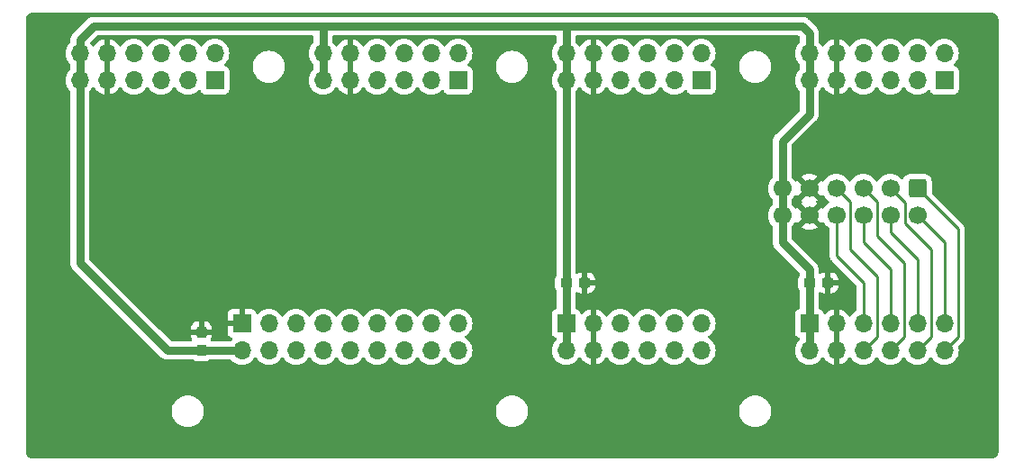
<source format=gtl>
G04 #@! TF.GenerationSoftware,KiCad,Pcbnew,7.0.11-7.0.11~ubuntu20.04.1*
G04 #@! TF.CreationDate,2024-08-17T23:29:03+02:00*
G04 #@! TF.ProjectId,kicad-kria-4x-pmod,6b696361-642d-46b7-9269-612d34782d70,1.0*
G04 #@! TF.SameCoordinates,Original*
G04 #@! TF.FileFunction,Copper,L1,Top*
G04 #@! TF.FilePolarity,Positive*
%FSLAX46Y46*%
G04 Gerber Fmt 4.6, Leading zero omitted, Abs format (unit mm)*
G04 Created by KiCad (PCBNEW 7.0.11-7.0.11~ubuntu20.04.1) date 2024-08-17 23:29:03*
%MOMM*%
%LPD*%
G01*
G04 APERTURE LIST*
G04 Aperture macros list*
%AMRoundRect*
0 Rectangle with rounded corners*
0 $1 Rounding radius*
0 $2 $3 $4 $5 $6 $7 $8 $9 X,Y pos of 4 corners*
0 Add a 4 corners polygon primitive as box body*
4,1,4,$2,$3,$4,$5,$6,$7,$8,$9,$2,$3,0*
0 Add four circle primitives for the rounded corners*
1,1,$1+$1,$2,$3*
1,1,$1+$1,$4,$5*
1,1,$1+$1,$6,$7*
1,1,$1+$1,$8,$9*
0 Add four rect primitives between the rounded corners*
20,1,$1+$1,$2,$3,$4,$5,0*
20,1,$1+$1,$4,$5,$6,$7,0*
20,1,$1+$1,$6,$7,$8,$9,0*
20,1,$1+$1,$8,$9,$2,$3,0*%
G04 Aperture macros list end*
G04 #@! TA.AperFunction,ComponentPad*
%ADD10R,1.700000X1.700000*%
G04 #@! TD*
G04 #@! TA.AperFunction,ComponentPad*
%ADD11O,1.700000X1.700000*%
G04 #@! TD*
G04 #@! TA.AperFunction,ComponentPad*
%ADD12RoundRect,0.250000X-0.600000X0.600000X-0.600000X-0.600000X0.600000X-0.600000X0.600000X0.600000X0*%
G04 #@! TD*
G04 #@! TA.AperFunction,ComponentPad*
%ADD13C,1.700000*%
G04 #@! TD*
G04 #@! TA.AperFunction,SMDPad,CuDef*
%ADD14RoundRect,0.237500X-0.300000X-0.237500X0.300000X-0.237500X0.300000X0.237500X-0.300000X0.237500X0*%
G04 #@! TD*
G04 #@! TA.AperFunction,SMDPad,CuDef*
%ADD15RoundRect,0.237500X0.237500X-0.300000X0.237500X0.300000X-0.237500X0.300000X-0.237500X-0.300000X0*%
G04 #@! TD*
G04 #@! TA.AperFunction,Conductor*
%ADD16C,0.750000*%
G04 #@! TD*
G04 #@! TA.AperFunction,Conductor*
%ADD17C,0.250000*%
G04 #@! TD*
G04 APERTURE END LIST*
D10*
X104140000Y-73660000D03*
D11*
X104140000Y-76200000D03*
X106680000Y-73660000D03*
X106680000Y-76200000D03*
X109220000Y-73660000D03*
X109220000Y-76200000D03*
X111760000Y-73660000D03*
X111760000Y-76200000D03*
X114300000Y-73660000D03*
X114300000Y-76200000D03*
X116840000Y-73660000D03*
X116840000Y-76200000D03*
X119380000Y-73660000D03*
X119380000Y-76200000D03*
X121920000Y-73660000D03*
X121920000Y-76200000D03*
X124460000Y-73660000D03*
X124460000Y-76200000D03*
D10*
X134620000Y-73660000D03*
D11*
X134620000Y-76200000D03*
X137160000Y-73660000D03*
X137160000Y-76200000D03*
X139700000Y-73660000D03*
X139700000Y-76200000D03*
X142240000Y-73660000D03*
X142240000Y-76200000D03*
X144780000Y-73660000D03*
X144780000Y-76200000D03*
X147320000Y-73660000D03*
X147320000Y-76200000D03*
D10*
X157480000Y-73660000D03*
D11*
X157480000Y-76200000D03*
X160020000Y-73660000D03*
X160020000Y-76200000D03*
X162560000Y-73660000D03*
X162560000Y-76200000D03*
X165100000Y-73660000D03*
X165100000Y-76200000D03*
X167640000Y-73660000D03*
X167640000Y-76200000D03*
X170180000Y-73660000D03*
X170180000Y-76200000D03*
D12*
X167640000Y-60960000D03*
D13*
X167640000Y-63500000D03*
X165100000Y-60960000D03*
X165100000Y-63500000D03*
X162560000Y-60960000D03*
X162560000Y-63500000D03*
X160020000Y-60960000D03*
X160020000Y-63500000D03*
X157480000Y-60960000D03*
X157480000Y-63500000D03*
X154940000Y-60960000D03*
X154940000Y-63500000D03*
D10*
X170180000Y-50800000D03*
D11*
X170180000Y-48260000D03*
X167640000Y-50800000D03*
X167640000Y-48260000D03*
X165100000Y-50800000D03*
X165100000Y-48260000D03*
X162560000Y-50800000D03*
X162560000Y-48260000D03*
X160020000Y-50800000D03*
X160020000Y-48260000D03*
X157480000Y-50800000D03*
X157480000Y-48260000D03*
D10*
X147320000Y-50800000D03*
D11*
X147320000Y-48260000D03*
X144780000Y-50800000D03*
X144780000Y-48260000D03*
X142240000Y-50800000D03*
X142240000Y-48260000D03*
X139700000Y-50800000D03*
X139700000Y-48260000D03*
X137160000Y-50800000D03*
X137160000Y-48260000D03*
X134620000Y-50800000D03*
X134620000Y-48260000D03*
D10*
X124460000Y-50800000D03*
D11*
X124460000Y-48260000D03*
X121920000Y-50800000D03*
X121920000Y-48260000D03*
X119380000Y-50800000D03*
X119380000Y-48260000D03*
X116840000Y-50800000D03*
X116840000Y-48260000D03*
X114300000Y-50800000D03*
X114300000Y-48260000D03*
X111760000Y-50800000D03*
X111760000Y-48260000D03*
D10*
X101600000Y-50800000D03*
D11*
X101600000Y-48260000D03*
X99060000Y-50800000D03*
X99060000Y-48260000D03*
X96520000Y-50800000D03*
X96520000Y-48260000D03*
X93980000Y-50800000D03*
X93980000Y-48260000D03*
X91440000Y-50800000D03*
X91440000Y-48260000D03*
X88900000Y-50800000D03*
X88900000Y-48260000D03*
D14*
X157480000Y-69850000D03*
X159205000Y-69850000D03*
X134620000Y-69850000D03*
X136345000Y-69850000D03*
D15*
X100330000Y-74475000D03*
X100330000Y-76200000D03*
D16*
X90170000Y-45720000D02*
X111760000Y-45720000D01*
X111760000Y-45720000D02*
X134620000Y-45720000D01*
X111760000Y-48260000D02*
X111760000Y-45720000D01*
X134620000Y-45720000D02*
X156845000Y-45720000D01*
X134620000Y-48260000D02*
X134620000Y-45720000D01*
X88900000Y-48260000D02*
X88900000Y-46990000D01*
X157480000Y-46355000D02*
X157480000Y-48260000D01*
X88900000Y-46990000D02*
X90170000Y-45720000D01*
X156845000Y-45720000D02*
X157480000Y-46355000D01*
X134620000Y-50800000D02*
X134620000Y-69850000D01*
X111760000Y-48260000D02*
X111760000Y-50800000D01*
X88900000Y-50800000D02*
X88900000Y-48260000D01*
X100330000Y-76200000D02*
X97155000Y-76200000D01*
X97155000Y-76200000D02*
X88900000Y-67945000D01*
X88900000Y-67945000D02*
X88900000Y-50800000D01*
X104140000Y-76200000D02*
X100330000Y-76200000D01*
X134620000Y-73660000D02*
X134620000Y-69850000D01*
X134620000Y-76200000D02*
X134620000Y-73660000D01*
X134620000Y-48260000D02*
X134620000Y-50800000D01*
X157480000Y-50800000D02*
X157480000Y-53975000D01*
X157480000Y-53975000D02*
X154940000Y-56515000D01*
X154940000Y-56515000D02*
X154940000Y-60960000D01*
X157480000Y-48260000D02*
X157480000Y-50800000D01*
X154940000Y-63500000D02*
X154940000Y-60960000D01*
X157480000Y-69850000D02*
X157480000Y-68580000D01*
X157480000Y-68580000D02*
X154940000Y-66040000D01*
X154940000Y-66040000D02*
X154940000Y-63500000D01*
X157480000Y-69850000D02*
X157480000Y-73660000D01*
X157480000Y-76200000D02*
X157480000Y-73660000D01*
D17*
X160020000Y-67310000D02*
X162560000Y-69850000D01*
X160020000Y-63500000D02*
X160020000Y-67310000D01*
X162560000Y-69850000D02*
X162560000Y-73660000D01*
X160020000Y-60960000D02*
X161290000Y-62230000D01*
X161290000Y-66675000D02*
X163830000Y-69215000D01*
X161290000Y-62230000D02*
X161290000Y-66675000D01*
X163830000Y-69215000D02*
X163830000Y-74930000D01*
X163830000Y-74930000D02*
X162560000Y-76200000D01*
X162560000Y-66040000D02*
X165100000Y-68580000D01*
X162560000Y-63500000D02*
X162560000Y-66040000D01*
X165100000Y-68580000D02*
X165100000Y-73660000D01*
X162560000Y-60960000D02*
X163830000Y-62230000D01*
X163830000Y-62230000D02*
X163830000Y-65405000D01*
X163830000Y-65405000D02*
X166370000Y-67945000D01*
X166370000Y-67945000D02*
X166370000Y-74930000D01*
X166370000Y-74930000D02*
X165100000Y-76200000D01*
X167640000Y-73660000D02*
X167640000Y-67627500D01*
X167640000Y-67627500D02*
X165100000Y-65087500D01*
X165100000Y-65087500D02*
X165100000Y-63500000D01*
X165100000Y-60960000D02*
X166465000Y-62325000D01*
X168910000Y-74930000D02*
X167640000Y-76200000D01*
X166465000Y-62325000D02*
X166465000Y-64230000D01*
X166465000Y-64230000D02*
X168910000Y-66675000D01*
X168910000Y-66675000D02*
X168910000Y-74930000D01*
X171450000Y-74930000D02*
X171450000Y-64770000D01*
X171450000Y-64770000D02*
X167640000Y-60960000D01*
X170180000Y-76200000D02*
X171450000Y-74930000D01*
X170180000Y-73660000D02*
X170180000Y-66040000D01*
X170180000Y-66040000D02*
X167640000Y-63500000D01*
G04 #@! TA.AperFunction,Conductor*
G36*
X137410000Y-75764498D02*
G01*
X137302315Y-75715320D01*
X137195763Y-75700000D01*
X137124237Y-75700000D01*
X137017685Y-75715320D01*
X136910000Y-75764498D01*
X136910000Y-74095501D01*
X137017685Y-74144680D01*
X137124237Y-74160000D01*
X137195763Y-74160000D01*
X137302315Y-74144680D01*
X137410000Y-74095501D01*
X137410000Y-75764498D01*
G37*
G04 #@! TD.AperFunction*
G04 #@! TA.AperFunction,Conductor*
G36*
X160270000Y-75764498D02*
G01*
X160162315Y-75715320D01*
X160055763Y-75700000D01*
X159984237Y-75700000D01*
X159877685Y-75715320D01*
X159770000Y-75764498D01*
X159770000Y-74095501D01*
X159877685Y-74144680D01*
X159984237Y-74160000D01*
X160055763Y-74160000D01*
X160162315Y-74144680D01*
X160270000Y-74095501D01*
X160270000Y-75764498D01*
G37*
G04 #@! TD.AperFunction*
G04 #@! TA.AperFunction,Conductor*
G36*
X157020507Y-63709844D02*
G01*
X157098239Y-63830798D01*
X157206900Y-63924952D01*
X157337685Y-63984680D01*
X157347466Y-63986086D01*
X156718625Y-64614925D01*
X156802421Y-64673599D01*
X157016507Y-64773429D01*
X157016516Y-64773433D01*
X157244673Y-64834567D01*
X157244684Y-64834569D01*
X157479998Y-64855157D01*
X157480002Y-64855157D01*
X157715315Y-64834569D01*
X157715326Y-64834567D01*
X157943483Y-64773433D01*
X157943492Y-64773429D01*
X158157578Y-64673600D01*
X158157582Y-64673598D01*
X158241373Y-64614926D01*
X158241373Y-64614925D01*
X157612533Y-63986086D01*
X157622315Y-63984680D01*
X157753100Y-63924952D01*
X157861761Y-63830798D01*
X157939493Y-63709844D01*
X157963076Y-63629524D01*
X158594925Y-64261373D01*
X158648119Y-64185405D01*
X158702696Y-64141781D01*
X158772195Y-64134588D01*
X158834549Y-64166110D01*
X158851269Y-64185405D01*
X158981505Y-64371401D01*
X159148599Y-64538495D01*
X159341624Y-64673653D01*
X159385248Y-64728228D01*
X159394500Y-64775226D01*
X159394500Y-67227255D01*
X159392775Y-67242872D01*
X159393061Y-67242899D01*
X159392326Y-67250665D01*
X159394439Y-67317872D01*
X159394500Y-67321767D01*
X159394500Y-67349357D01*
X159395003Y-67353335D01*
X159395918Y-67364967D01*
X159397290Y-67408624D01*
X159397291Y-67408627D01*
X159402880Y-67427867D01*
X159406824Y-67446911D01*
X159409336Y-67466792D01*
X159425414Y-67507403D01*
X159429197Y-67518452D01*
X159441381Y-67560388D01*
X159451580Y-67577634D01*
X159460138Y-67595103D01*
X159467514Y-67613732D01*
X159493181Y-67649060D01*
X159499593Y-67658821D01*
X159521828Y-67696417D01*
X159521833Y-67696424D01*
X159535990Y-67710580D01*
X159548628Y-67725376D01*
X159560405Y-67741586D01*
X159560406Y-67741587D01*
X159594057Y-67769425D01*
X159602698Y-67777288D01*
X161898181Y-70072771D01*
X161931666Y-70134094D01*
X161934500Y-70160452D01*
X161934500Y-72384773D01*
X161914815Y-72451812D01*
X161881623Y-72486348D01*
X161688597Y-72621505D01*
X161521508Y-72788594D01*
X161391269Y-72974595D01*
X161336692Y-73018219D01*
X161267193Y-73025412D01*
X161204839Y-72993890D01*
X161188119Y-72974594D01*
X161058113Y-72788926D01*
X161058108Y-72788920D01*
X160891082Y-72621894D01*
X160697578Y-72486399D01*
X160483492Y-72386570D01*
X160483486Y-72386567D01*
X160270000Y-72329364D01*
X160270000Y-73224498D01*
X160162315Y-73175320D01*
X160055763Y-73160000D01*
X159984237Y-73160000D01*
X159877685Y-73175320D01*
X159770000Y-73224498D01*
X159770000Y-72329364D01*
X159769999Y-72329364D01*
X159556513Y-72386567D01*
X159556507Y-72386570D01*
X159342422Y-72486399D01*
X159342420Y-72486400D01*
X159148926Y-72621886D01*
X159026865Y-72743947D01*
X158965542Y-72777431D01*
X158895850Y-72772447D01*
X158839917Y-72730575D01*
X158823002Y-72699598D01*
X158822954Y-72699470D01*
X158773887Y-72567913D01*
X158773797Y-72567671D01*
X158773793Y-72567664D01*
X158687547Y-72452455D01*
X158687544Y-72452452D01*
X158572335Y-72366206D01*
X158572330Y-72366203D01*
X158436166Y-72315417D01*
X158380233Y-72273545D01*
X158355816Y-72208081D01*
X158355500Y-72199235D01*
X158355500Y-70837248D01*
X158375185Y-70770209D01*
X158427989Y-70724454D01*
X158497147Y-70714510D01*
X158544597Y-70731710D01*
X158591188Y-70760448D01*
X158591199Y-70760453D01*
X158754847Y-70814680D01*
X158855851Y-70824999D01*
X158955000Y-70824998D01*
X158955000Y-70100000D01*
X159455000Y-70100000D01*
X159455000Y-70824999D01*
X159554140Y-70824999D01*
X159554154Y-70824998D01*
X159655152Y-70814680D01*
X159818800Y-70760453D01*
X159818811Y-70760448D01*
X159965534Y-70669947D01*
X159965538Y-70669944D01*
X160087444Y-70548038D01*
X160087447Y-70548034D01*
X160177948Y-70401311D01*
X160177953Y-70401300D01*
X160232180Y-70237652D01*
X160242499Y-70136654D01*
X160242500Y-70136641D01*
X160242500Y-70100000D01*
X159455000Y-70100000D01*
X158955000Y-70100000D01*
X158955000Y-68875000D01*
X159455000Y-68875000D01*
X159455000Y-69600000D01*
X160242499Y-69600000D01*
X160242499Y-69563360D01*
X160242498Y-69563345D01*
X160232180Y-69462347D01*
X160177953Y-69298699D01*
X160177948Y-69298688D01*
X160087447Y-69151965D01*
X160087444Y-69151961D01*
X159965538Y-69030055D01*
X159965534Y-69030052D01*
X159818811Y-68939551D01*
X159818800Y-68939546D01*
X159655152Y-68885319D01*
X159554154Y-68875000D01*
X159455000Y-68875000D01*
X158955000Y-68875000D01*
X158955000Y-68874999D01*
X158855860Y-68875000D01*
X158855844Y-68875001D01*
X158754847Y-68885319D01*
X158591199Y-68939546D01*
X158591190Y-68939551D01*
X158544596Y-68968290D01*
X158477203Y-68986730D01*
X158410540Y-68965807D01*
X158365771Y-68912165D01*
X158355500Y-68862751D01*
X158355500Y-68620617D01*
X158355909Y-68610552D01*
X158360339Y-68556152D01*
X158349309Y-68475199D01*
X158348901Y-68471865D01*
X158346824Y-68452765D01*
X158340073Y-68390684D01*
X158340015Y-68390512D01*
X158334655Y-68367641D01*
X158334631Y-68367462D01*
X158306445Y-68290743D01*
X158305352Y-68287638D01*
X158287883Y-68235793D01*
X158279267Y-68210220D01*
X158279168Y-68210055D01*
X158269022Y-68188879D01*
X158268961Y-68188715D01*
X158268960Y-68188712D01*
X158224951Y-68119859D01*
X158223205Y-68117044D01*
X158184744Y-68053120D01*
X158181091Y-68047049D01*
X158181090Y-68047048D01*
X158181089Y-68047046D01*
X158180955Y-68046904D01*
X158166504Y-68028419D01*
X158166400Y-68028256D01*
X158108658Y-67970514D01*
X158106316Y-67968109D01*
X158105939Y-67967711D01*
X158050129Y-67908793D01*
X158049970Y-67908685D01*
X158031877Y-67893733D01*
X155851819Y-65713675D01*
X155818334Y-65652352D01*
X155815500Y-65625994D01*
X155815500Y-64585758D01*
X155835185Y-64518719D01*
X155851819Y-64498077D01*
X155883628Y-64466268D01*
X155978495Y-64371401D01*
X156108732Y-64185403D01*
X156163307Y-64141780D01*
X156232805Y-64134586D01*
X156295160Y-64166109D01*
X156311880Y-64185405D01*
X156365073Y-64261373D01*
X156996923Y-63629523D01*
X157020507Y-63709844D01*
G37*
G04 #@! TD.AperFunction*
G04 #@! TA.AperFunction,Conductor*
G36*
X157020507Y-61169844D02*
G01*
X157098239Y-61290798D01*
X157206900Y-61384952D01*
X157337685Y-61444680D01*
X157347466Y-61446086D01*
X156718625Y-62074925D01*
X156795031Y-62128425D01*
X156838655Y-62183002D01*
X156845848Y-62252501D01*
X156814326Y-62314855D01*
X156795029Y-62331576D01*
X156718625Y-62385072D01*
X157347466Y-63013913D01*
X157337685Y-63015320D01*
X157206900Y-63075048D01*
X157098239Y-63169202D01*
X157020507Y-63290156D01*
X156996923Y-63370475D01*
X156365073Y-62738626D01*
X156311881Y-62814594D01*
X156257304Y-62858219D01*
X156187806Y-62865413D01*
X156125451Y-62833891D01*
X156108730Y-62814594D01*
X155978494Y-62628597D01*
X155851819Y-62501922D01*
X155818334Y-62440599D01*
X155815500Y-62414241D01*
X155815500Y-62045758D01*
X155835185Y-61978719D01*
X155851819Y-61958077D01*
X155978495Y-61831401D01*
X156108732Y-61645403D01*
X156163307Y-61601780D01*
X156232805Y-61594586D01*
X156295160Y-61626109D01*
X156311880Y-61645405D01*
X156365073Y-61721373D01*
X156996923Y-61089523D01*
X157020507Y-61169844D01*
G37*
G04 #@! TD.AperFunction*
G04 #@! TA.AperFunction,Conductor*
G36*
X158594925Y-61721373D02*
G01*
X158648119Y-61645405D01*
X158702696Y-61601781D01*
X158772195Y-61594588D01*
X158834549Y-61626110D01*
X158851269Y-61645405D01*
X158981505Y-61831401D01*
X158981506Y-61831402D01*
X159148597Y-61998493D01*
X159148603Y-61998498D01*
X159334158Y-62128425D01*
X159377783Y-62183002D01*
X159384977Y-62252500D01*
X159353454Y-62314855D01*
X159334158Y-62331575D01*
X159148597Y-62461505D01*
X158981505Y-62628597D01*
X158851269Y-62814595D01*
X158796692Y-62858220D01*
X158727194Y-62865414D01*
X158664839Y-62833891D01*
X158648119Y-62814595D01*
X158594925Y-62738626D01*
X158594925Y-62738625D01*
X157963076Y-63370475D01*
X157939493Y-63290156D01*
X157861761Y-63169202D01*
X157753100Y-63075048D01*
X157622315Y-63015320D01*
X157612533Y-63013913D01*
X158241373Y-62385073D01*
X158164969Y-62331576D01*
X158121344Y-62276999D01*
X158114150Y-62207501D01*
X158145672Y-62145146D01*
X158164968Y-62128425D01*
X158241373Y-62074925D01*
X157612533Y-61446086D01*
X157622315Y-61444680D01*
X157753100Y-61384952D01*
X157861761Y-61290798D01*
X157939493Y-61169844D01*
X157963076Y-61089524D01*
X158594925Y-61721373D01*
G37*
G04 #@! TD.AperFunction*
G04 #@! TA.AperFunction,Conductor*
G36*
X91690000Y-50364498D02*
G01*
X91582315Y-50315320D01*
X91475763Y-50300000D01*
X91404237Y-50300000D01*
X91297685Y-50315320D01*
X91190000Y-50364498D01*
X91190000Y-48695501D01*
X91297685Y-48744680D01*
X91404237Y-48760000D01*
X91475763Y-48760000D01*
X91582315Y-48744680D01*
X91690000Y-48695501D01*
X91690000Y-50364498D01*
G37*
G04 #@! TD.AperFunction*
G04 #@! TA.AperFunction,Conductor*
G36*
X114550000Y-50364498D02*
G01*
X114442315Y-50315320D01*
X114335763Y-50300000D01*
X114264237Y-50300000D01*
X114157685Y-50315320D01*
X114050000Y-50364498D01*
X114050000Y-48695501D01*
X114157685Y-48744680D01*
X114264237Y-48760000D01*
X114335763Y-48760000D01*
X114442315Y-48744680D01*
X114550000Y-48695501D01*
X114550000Y-50364498D01*
G37*
G04 #@! TD.AperFunction*
G04 #@! TA.AperFunction,Conductor*
G36*
X137410000Y-50364498D02*
G01*
X137302315Y-50315320D01*
X137195763Y-50300000D01*
X137124237Y-50300000D01*
X137017685Y-50315320D01*
X136910000Y-50364498D01*
X136910000Y-48695501D01*
X137017685Y-48744680D01*
X137124237Y-48760000D01*
X137195763Y-48760000D01*
X137302315Y-48744680D01*
X137410000Y-48695501D01*
X137410000Y-50364498D01*
G37*
G04 #@! TD.AperFunction*
G04 #@! TA.AperFunction,Conductor*
G36*
X160270000Y-50364498D02*
G01*
X160162315Y-50315320D01*
X160055763Y-50300000D01*
X159984237Y-50300000D01*
X159877685Y-50315320D01*
X159770000Y-50364498D01*
X159770000Y-48695501D01*
X159877685Y-48744680D01*
X159984237Y-48760000D01*
X160055763Y-48760000D01*
X160162315Y-48744680D01*
X160270000Y-48695501D01*
X160270000Y-50364498D01*
G37*
G04 #@! TD.AperFunction*
G04 #@! TA.AperFunction,Conductor*
G36*
X174631912Y-44451278D02*
G01*
X174650299Y-44453350D01*
X174652404Y-44453607D01*
X174763499Y-44468233D01*
X174788249Y-44474126D01*
X174830803Y-44489017D01*
X174837255Y-44491480D01*
X174910533Y-44521833D01*
X174929028Y-44531387D01*
X174971975Y-44558372D01*
X174981481Y-44564985D01*
X175040274Y-44610098D01*
X175052469Y-44620793D01*
X175089205Y-44657529D01*
X175099900Y-44669724D01*
X175145013Y-44728517D01*
X175151630Y-44738029D01*
X175178607Y-44780962D01*
X175188172Y-44799478D01*
X175218510Y-44872722D01*
X175220990Y-44879219D01*
X175235869Y-44921740D01*
X175241767Y-44946510D01*
X175256381Y-45057517D01*
X175256661Y-45059801D01*
X175258720Y-45078085D01*
X175259500Y-45091959D01*
X175259500Y-85718039D01*
X175258721Y-85731915D01*
X175257239Y-85745065D01*
X175256662Y-85750186D01*
X175256381Y-85752481D01*
X175241767Y-85863488D01*
X175235869Y-85888258D01*
X175220990Y-85930779D01*
X175218510Y-85937276D01*
X175188172Y-86010520D01*
X175178604Y-86029042D01*
X175151630Y-86071969D01*
X175145013Y-86081481D01*
X175099900Y-86140274D01*
X175089205Y-86152469D01*
X175052469Y-86189205D01*
X175040274Y-86199900D01*
X174981481Y-86245013D01*
X174971969Y-86251630D01*
X174929042Y-86278604D01*
X174910520Y-86288172D01*
X174837276Y-86318510D01*
X174830779Y-86320990D01*
X174788258Y-86335869D01*
X174763488Y-86341767D01*
X174652481Y-86356381D01*
X174650187Y-86356662D01*
X174647503Y-86356964D01*
X174631914Y-86358720D01*
X174618040Y-86359500D01*
X84461960Y-86359500D01*
X84448083Y-86358720D01*
X84433203Y-86357044D01*
X84429813Y-86356662D01*
X84427517Y-86356381D01*
X84316510Y-86341767D01*
X84291740Y-86335869D01*
X84249219Y-86320990D01*
X84242722Y-86318510D01*
X84192748Y-86297810D01*
X84169475Y-86288170D01*
X84150962Y-86278607D01*
X84108029Y-86251630D01*
X84098517Y-86245013D01*
X84039724Y-86199900D01*
X84027529Y-86189205D01*
X83990793Y-86152469D01*
X83980098Y-86140274D01*
X83934985Y-86081481D01*
X83928368Y-86071969D01*
X83901387Y-86029028D01*
X83891833Y-86010533D01*
X83861480Y-85937255D01*
X83859017Y-85930803D01*
X83844126Y-85888249D01*
X83838233Y-85863499D01*
X83823607Y-85752404D01*
X83823350Y-85750299D01*
X83821278Y-85731912D01*
X83820500Y-85718037D01*
X83820500Y-82039334D01*
X97559500Y-82039334D01*
X97600429Y-82284616D01*
X97681169Y-82519802D01*
X97681172Y-82519811D01*
X97799524Y-82738506D01*
X97799526Y-82738509D01*
X97952262Y-82934744D01*
X98111744Y-83081557D01*
X98135217Y-83103166D01*
X98343393Y-83239173D01*
X98571118Y-83339063D01*
X98812175Y-83400107D01*
X98812179Y-83400108D01*
X98812181Y-83400108D01*
X98812186Y-83400109D01*
X98965589Y-83412819D01*
X98997933Y-83415500D01*
X98997937Y-83415500D01*
X99122063Y-83415500D01*
X99122067Y-83415500D01*
X99184677Y-83410311D01*
X99307813Y-83400109D01*
X99307816Y-83400108D01*
X99307821Y-83400108D01*
X99548881Y-83339063D01*
X99776607Y-83239173D01*
X99984785Y-83103164D01*
X100167738Y-82934744D01*
X100320474Y-82738509D01*
X100438828Y-82519810D01*
X100519571Y-82284614D01*
X100560500Y-82039335D01*
X100560500Y-82039334D01*
X128039500Y-82039334D01*
X128080429Y-82284616D01*
X128161169Y-82519802D01*
X128161172Y-82519811D01*
X128279524Y-82738506D01*
X128279526Y-82738509D01*
X128432262Y-82934744D01*
X128591744Y-83081557D01*
X128615217Y-83103166D01*
X128823393Y-83239173D01*
X129051118Y-83339063D01*
X129292175Y-83400107D01*
X129292179Y-83400108D01*
X129292181Y-83400108D01*
X129292186Y-83400109D01*
X129445589Y-83412819D01*
X129477933Y-83415500D01*
X129477937Y-83415500D01*
X129602063Y-83415500D01*
X129602067Y-83415500D01*
X129664677Y-83410311D01*
X129787813Y-83400109D01*
X129787816Y-83400108D01*
X129787821Y-83400108D01*
X130028881Y-83339063D01*
X130256607Y-83239173D01*
X130464785Y-83103164D01*
X130647738Y-82934744D01*
X130800474Y-82738509D01*
X130918828Y-82519810D01*
X130999571Y-82284614D01*
X131040500Y-82039335D01*
X131040500Y-82039334D01*
X150899500Y-82039334D01*
X150940429Y-82284616D01*
X151021169Y-82519802D01*
X151021172Y-82519811D01*
X151139524Y-82738506D01*
X151139526Y-82738509D01*
X151292262Y-82934744D01*
X151451744Y-83081557D01*
X151475217Y-83103166D01*
X151683393Y-83239173D01*
X151911118Y-83339063D01*
X152152175Y-83400107D01*
X152152179Y-83400108D01*
X152152181Y-83400108D01*
X152152186Y-83400109D01*
X152305589Y-83412819D01*
X152337933Y-83415500D01*
X152337937Y-83415500D01*
X152462063Y-83415500D01*
X152462067Y-83415500D01*
X152524677Y-83410311D01*
X152647813Y-83400109D01*
X152647816Y-83400108D01*
X152647821Y-83400108D01*
X152888881Y-83339063D01*
X153116607Y-83239173D01*
X153324785Y-83103164D01*
X153507738Y-82934744D01*
X153660474Y-82738509D01*
X153778828Y-82519810D01*
X153859571Y-82284614D01*
X153900500Y-82039335D01*
X153900500Y-81790665D01*
X153859571Y-81545386D01*
X153778828Y-81310190D01*
X153660474Y-81091491D01*
X153507738Y-80895256D01*
X153324785Y-80726836D01*
X153324782Y-80726833D01*
X153116606Y-80590826D01*
X152888881Y-80490936D01*
X152647824Y-80429892D01*
X152647813Y-80429890D01*
X152462077Y-80414500D01*
X152462067Y-80414500D01*
X152337933Y-80414500D01*
X152337922Y-80414500D01*
X152152186Y-80429890D01*
X152152175Y-80429892D01*
X151911118Y-80490936D01*
X151683393Y-80590826D01*
X151475217Y-80726833D01*
X151292261Y-80895257D01*
X151139524Y-81091493D01*
X151021172Y-81310188D01*
X151021169Y-81310197D01*
X150940429Y-81545383D01*
X150899500Y-81790665D01*
X150899500Y-82039334D01*
X131040500Y-82039334D01*
X131040500Y-81790665D01*
X130999571Y-81545386D01*
X130918828Y-81310190D01*
X130800474Y-81091491D01*
X130647738Y-80895256D01*
X130464785Y-80726836D01*
X130464782Y-80726833D01*
X130256606Y-80590826D01*
X130028881Y-80490936D01*
X129787824Y-80429892D01*
X129787813Y-80429890D01*
X129602077Y-80414500D01*
X129602067Y-80414500D01*
X129477933Y-80414500D01*
X129477922Y-80414500D01*
X129292186Y-80429890D01*
X129292175Y-80429892D01*
X129051118Y-80490936D01*
X128823393Y-80590826D01*
X128615217Y-80726833D01*
X128432261Y-80895257D01*
X128279524Y-81091493D01*
X128161172Y-81310188D01*
X128161169Y-81310197D01*
X128080429Y-81545383D01*
X128039500Y-81790665D01*
X128039500Y-82039334D01*
X100560500Y-82039334D01*
X100560500Y-81790665D01*
X100519571Y-81545386D01*
X100438828Y-81310190D01*
X100320474Y-81091491D01*
X100167738Y-80895256D01*
X99984785Y-80726836D01*
X99984782Y-80726833D01*
X99776606Y-80590826D01*
X99548881Y-80490936D01*
X99307824Y-80429892D01*
X99307813Y-80429890D01*
X99122077Y-80414500D01*
X99122067Y-80414500D01*
X98997933Y-80414500D01*
X98997922Y-80414500D01*
X98812186Y-80429890D01*
X98812175Y-80429892D01*
X98571118Y-80490936D01*
X98343393Y-80590826D01*
X98135217Y-80726833D01*
X97952261Y-80895257D01*
X97799524Y-81091493D01*
X97681172Y-81310188D01*
X97681169Y-81310197D01*
X97600429Y-81545383D01*
X97559500Y-81790665D01*
X97559500Y-82039334D01*
X83820500Y-82039334D01*
X83820500Y-50800000D01*
X87544341Y-50800000D01*
X87564936Y-51035403D01*
X87564938Y-51035413D01*
X87626094Y-51263655D01*
X87626096Y-51263659D01*
X87626097Y-51263663D01*
X87705801Y-51434588D01*
X87725965Y-51477830D01*
X87725967Y-51477834D01*
X87834281Y-51632521D01*
X87861504Y-51671400D01*
X87861506Y-51671402D01*
X87988181Y-51798077D01*
X88021666Y-51859400D01*
X88024500Y-51885758D01*
X88024500Y-67904378D01*
X88024091Y-67914442D01*
X88019660Y-67968845D01*
X88030688Y-68049790D01*
X88031096Y-68053120D01*
X88039927Y-68134316D01*
X88039929Y-68134327D01*
X88039990Y-68134506D01*
X88045340Y-68157331D01*
X88045366Y-68157525D01*
X88045369Y-68157537D01*
X88073540Y-68234219D01*
X88074655Y-68237385D01*
X88100731Y-68314776D01*
X88100734Y-68314782D01*
X88100832Y-68314945D01*
X88110969Y-68336099D01*
X88111036Y-68336283D01*
X88111040Y-68336290D01*
X88155046Y-68405139D01*
X88156809Y-68407981D01*
X88197253Y-68475199D01*
X88198912Y-68477955D01*
X88199042Y-68478092D01*
X88213492Y-68496575D01*
X88213600Y-68496744D01*
X88271395Y-68554539D01*
X88273702Y-68556910D01*
X88329866Y-68616203D01*
X88329868Y-68616204D01*
X88329871Y-68616207D01*
X88330028Y-68616314D01*
X88348121Y-68631265D01*
X96507199Y-76790343D01*
X96514026Y-76797749D01*
X96549361Y-76839350D01*
X96549368Y-76839355D01*
X96549369Y-76839357D01*
X96614428Y-76888813D01*
X96617012Y-76890832D01*
X96644099Y-76912606D01*
X96680702Y-76942030D01*
X96680872Y-76942114D01*
X96700814Y-76954483D01*
X96700971Y-76954602D01*
X96775143Y-76988917D01*
X96778120Y-76990344D01*
X96851307Y-77026641D01*
X96851481Y-77026684D01*
X96873626Y-77034480D01*
X96873803Y-77034562D01*
X96953579Y-77052121D01*
X96956827Y-77052882D01*
X97036111Y-77072600D01*
X97036284Y-77072604D01*
X97059602Y-77075460D01*
X97059784Y-77075500D01*
X97141463Y-77075500D01*
X97144821Y-77075545D01*
X97226473Y-77077757D01*
X97226655Y-77077721D01*
X97250023Y-77075500D01*
X99584584Y-77075500D01*
X99649679Y-77093960D01*
X99778484Y-77173408D01*
X99942247Y-77227674D01*
X100043323Y-77238000D01*
X100616676Y-77237999D01*
X100616684Y-77237998D01*
X100616687Y-77237998D01*
X100672030Y-77232344D01*
X100717753Y-77227674D01*
X100881516Y-77173408D01*
X101010320Y-77093960D01*
X101075416Y-77075500D01*
X103054242Y-77075500D01*
X103121281Y-77095185D01*
X103141923Y-77111819D01*
X103268599Y-77238495D01*
X103365384Y-77306265D01*
X103462165Y-77374032D01*
X103462167Y-77374033D01*
X103462170Y-77374035D01*
X103676337Y-77473903D01*
X103904592Y-77535063D01*
X104092918Y-77551539D01*
X104139999Y-77555659D01*
X104140000Y-77555659D01*
X104140001Y-77555659D01*
X104179234Y-77552226D01*
X104375408Y-77535063D01*
X104603663Y-77473903D01*
X104817830Y-77374035D01*
X105011401Y-77238495D01*
X105178495Y-77071401D01*
X105292891Y-76908026D01*
X105308425Y-76885842D01*
X105363002Y-76842217D01*
X105432500Y-76835023D01*
X105494855Y-76866546D01*
X105511575Y-76885842D01*
X105641500Y-77071395D01*
X105641505Y-77071401D01*
X105808599Y-77238495D01*
X105905384Y-77306265D01*
X106002165Y-77374032D01*
X106002167Y-77374033D01*
X106002170Y-77374035D01*
X106216337Y-77473903D01*
X106444592Y-77535063D01*
X106632918Y-77551539D01*
X106679999Y-77555659D01*
X106680000Y-77555659D01*
X106680001Y-77555659D01*
X106719234Y-77552226D01*
X106915408Y-77535063D01*
X107143663Y-77473903D01*
X107357830Y-77374035D01*
X107551401Y-77238495D01*
X107718495Y-77071401D01*
X107832891Y-76908026D01*
X107848425Y-76885842D01*
X107903002Y-76842217D01*
X107972500Y-76835023D01*
X108034855Y-76866546D01*
X108051575Y-76885842D01*
X108181500Y-77071395D01*
X108181505Y-77071401D01*
X108348599Y-77238495D01*
X108445384Y-77306265D01*
X108542165Y-77374032D01*
X108542167Y-77374033D01*
X108542170Y-77374035D01*
X108756337Y-77473903D01*
X108984592Y-77535063D01*
X109172918Y-77551539D01*
X109219999Y-77555659D01*
X109220000Y-77555659D01*
X109220001Y-77555659D01*
X109259234Y-77552226D01*
X109455408Y-77535063D01*
X109683663Y-77473903D01*
X109897830Y-77374035D01*
X110091401Y-77238495D01*
X110258495Y-77071401D01*
X110372891Y-76908026D01*
X110388425Y-76885842D01*
X110443002Y-76842217D01*
X110512500Y-76835023D01*
X110574855Y-76866546D01*
X110591575Y-76885842D01*
X110721500Y-77071395D01*
X110721505Y-77071401D01*
X110888599Y-77238495D01*
X110985384Y-77306265D01*
X111082165Y-77374032D01*
X111082167Y-77374033D01*
X111082170Y-77374035D01*
X111296337Y-77473903D01*
X111524592Y-77535063D01*
X111712918Y-77551539D01*
X111759999Y-77555659D01*
X111760000Y-77555659D01*
X111760001Y-77555659D01*
X111799234Y-77552226D01*
X111995408Y-77535063D01*
X112223663Y-77473903D01*
X112437830Y-77374035D01*
X112631401Y-77238495D01*
X112798495Y-77071401D01*
X112912891Y-76908026D01*
X112928425Y-76885842D01*
X112983002Y-76842217D01*
X113052500Y-76835023D01*
X113114855Y-76866546D01*
X113131575Y-76885842D01*
X113261500Y-77071395D01*
X113261505Y-77071401D01*
X113428599Y-77238495D01*
X113525384Y-77306265D01*
X113622165Y-77374032D01*
X113622167Y-77374033D01*
X113622170Y-77374035D01*
X113836337Y-77473903D01*
X114064592Y-77535063D01*
X114252918Y-77551539D01*
X114299999Y-77555659D01*
X114300000Y-77555659D01*
X114300001Y-77555659D01*
X114339234Y-77552226D01*
X114535408Y-77535063D01*
X114763663Y-77473903D01*
X114977830Y-77374035D01*
X115171401Y-77238495D01*
X115338495Y-77071401D01*
X115452891Y-76908026D01*
X115468425Y-76885842D01*
X115523002Y-76842217D01*
X115592500Y-76835023D01*
X115654855Y-76866546D01*
X115671575Y-76885842D01*
X115801500Y-77071395D01*
X115801505Y-77071401D01*
X115968599Y-77238495D01*
X116065384Y-77306265D01*
X116162165Y-77374032D01*
X116162167Y-77374033D01*
X116162170Y-77374035D01*
X116376337Y-77473903D01*
X116604592Y-77535063D01*
X116792918Y-77551539D01*
X116839999Y-77555659D01*
X116840000Y-77555659D01*
X116840001Y-77555659D01*
X116879234Y-77552226D01*
X117075408Y-77535063D01*
X117303663Y-77473903D01*
X117517830Y-77374035D01*
X117711401Y-77238495D01*
X117878495Y-77071401D01*
X117992891Y-76908026D01*
X118008425Y-76885842D01*
X118063002Y-76842217D01*
X118132500Y-76835023D01*
X118194855Y-76866546D01*
X118211575Y-76885842D01*
X118341500Y-77071395D01*
X118341505Y-77071401D01*
X118508599Y-77238495D01*
X118605384Y-77306265D01*
X118702165Y-77374032D01*
X118702167Y-77374033D01*
X118702170Y-77374035D01*
X118916337Y-77473903D01*
X119144592Y-77535063D01*
X119332918Y-77551539D01*
X119379999Y-77555659D01*
X119380000Y-77555659D01*
X119380001Y-77555659D01*
X119419234Y-77552226D01*
X119615408Y-77535063D01*
X119843663Y-77473903D01*
X120057830Y-77374035D01*
X120251401Y-77238495D01*
X120418495Y-77071401D01*
X120532891Y-76908026D01*
X120548425Y-76885842D01*
X120603002Y-76842217D01*
X120672500Y-76835023D01*
X120734855Y-76866546D01*
X120751575Y-76885842D01*
X120881500Y-77071395D01*
X120881505Y-77071401D01*
X121048599Y-77238495D01*
X121145384Y-77306265D01*
X121242165Y-77374032D01*
X121242167Y-77374033D01*
X121242170Y-77374035D01*
X121456337Y-77473903D01*
X121684592Y-77535063D01*
X121872918Y-77551539D01*
X121919999Y-77555659D01*
X121920000Y-77555659D01*
X121920001Y-77555659D01*
X121959234Y-77552226D01*
X122155408Y-77535063D01*
X122383663Y-77473903D01*
X122597830Y-77374035D01*
X122791401Y-77238495D01*
X122958495Y-77071401D01*
X123072891Y-76908026D01*
X123088425Y-76885842D01*
X123143002Y-76842217D01*
X123212500Y-76835023D01*
X123274855Y-76866546D01*
X123291575Y-76885842D01*
X123421500Y-77071395D01*
X123421505Y-77071401D01*
X123588599Y-77238495D01*
X123685384Y-77306265D01*
X123782165Y-77374032D01*
X123782167Y-77374033D01*
X123782170Y-77374035D01*
X123996337Y-77473903D01*
X124224592Y-77535063D01*
X124412918Y-77551539D01*
X124459999Y-77555659D01*
X124460000Y-77555659D01*
X124460001Y-77555659D01*
X124499234Y-77552226D01*
X124695408Y-77535063D01*
X124923663Y-77473903D01*
X125137830Y-77374035D01*
X125331401Y-77238495D01*
X125498495Y-77071401D01*
X125634035Y-76877830D01*
X125733903Y-76663663D01*
X125795063Y-76435408D01*
X125815659Y-76200000D01*
X125795063Y-75964592D01*
X125733903Y-75736337D01*
X125634035Y-75522171D01*
X125628731Y-75514595D01*
X125498494Y-75328597D01*
X125331402Y-75161506D01*
X125331396Y-75161501D01*
X125145842Y-75031575D01*
X125102217Y-74976998D01*
X125095023Y-74907500D01*
X125126546Y-74845145D01*
X125145842Y-74828425D01*
X125168026Y-74812891D01*
X125331401Y-74698495D01*
X125498495Y-74531401D01*
X125634035Y-74337830D01*
X125733903Y-74123663D01*
X125795063Y-73895408D01*
X125815659Y-73660000D01*
X125795063Y-73424592D01*
X125733903Y-73196337D01*
X125634035Y-72982171D01*
X125628731Y-72974595D01*
X125498494Y-72788597D01*
X125331402Y-72621506D01*
X125331395Y-72621501D01*
X125137834Y-72485967D01*
X125137830Y-72485965D01*
X125066727Y-72452809D01*
X124923663Y-72386097D01*
X124923659Y-72386096D01*
X124923655Y-72386094D01*
X124695413Y-72324938D01*
X124695403Y-72324936D01*
X124460001Y-72304341D01*
X124459999Y-72304341D01*
X124224596Y-72324936D01*
X124224586Y-72324938D01*
X123996344Y-72386094D01*
X123996335Y-72386098D01*
X123782171Y-72485964D01*
X123782169Y-72485965D01*
X123588597Y-72621505D01*
X123421505Y-72788597D01*
X123291575Y-72974158D01*
X123236998Y-73017783D01*
X123167500Y-73024977D01*
X123105145Y-72993454D01*
X123088425Y-72974158D01*
X122958494Y-72788597D01*
X122791402Y-72621506D01*
X122791395Y-72621501D01*
X122597834Y-72485967D01*
X122597830Y-72485965D01*
X122526727Y-72452809D01*
X122383663Y-72386097D01*
X122383659Y-72386096D01*
X122383655Y-72386094D01*
X122155413Y-72324938D01*
X122155403Y-72324936D01*
X121920001Y-72304341D01*
X121919999Y-72304341D01*
X121684596Y-72324936D01*
X121684586Y-72324938D01*
X121456344Y-72386094D01*
X121456335Y-72386098D01*
X121242171Y-72485964D01*
X121242169Y-72485965D01*
X121048597Y-72621505D01*
X120881505Y-72788597D01*
X120751575Y-72974158D01*
X120696998Y-73017783D01*
X120627500Y-73024977D01*
X120565145Y-72993454D01*
X120548425Y-72974158D01*
X120418494Y-72788597D01*
X120251402Y-72621506D01*
X120251395Y-72621501D01*
X120057834Y-72485967D01*
X120057830Y-72485965D01*
X119986727Y-72452809D01*
X119843663Y-72386097D01*
X119843659Y-72386096D01*
X119843655Y-72386094D01*
X119615413Y-72324938D01*
X119615403Y-72324936D01*
X119380001Y-72304341D01*
X119379999Y-72304341D01*
X119144596Y-72324936D01*
X119144586Y-72324938D01*
X118916344Y-72386094D01*
X118916335Y-72386098D01*
X118702171Y-72485964D01*
X118702169Y-72485965D01*
X118508597Y-72621505D01*
X118341505Y-72788597D01*
X118211575Y-72974158D01*
X118156998Y-73017783D01*
X118087500Y-73024977D01*
X118025145Y-72993454D01*
X118008425Y-72974158D01*
X117878494Y-72788597D01*
X117711402Y-72621506D01*
X117711395Y-72621501D01*
X117517834Y-72485967D01*
X117517830Y-72485965D01*
X117446727Y-72452809D01*
X117303663Y-72386097D01*
X117303659Y-72386096D01*
X117303655Y-72386094D01*
X117075413Y-72324938D01*
X117075403Y-72324936D01*
X116840001Y-72304341D01*
X116839999Y-72304341D01*
X116604596Y-72324936D01*
X116604586Y-72324938D01*
X116376344Y-72386094D01*
X116376335Y-72386098D01*
X116162171Y-72485964D01*
X116162169Y-72485965D01*
X115968597Y-72621505D01*
X115801505Y-72788597D01*
X115671575Y-72974158D01*
X115616998Y-73017783D01*
X115547500Y-73024977D01*
X115485145Y-72993454D01*
X115468425Y-72974158D01*
X115338494Y-72788597D01*
X115171402Y-72621506D01*
X115171395Y-72621501D01*
X114977834Y-72485967D01*
X114977830Y-72485965D01*
X114906727Y-72452809D01*
X114763663Y-72386097D01*
X114763659Y-72386096D01*
X114763655Y-72386094D01*
X114535413Y-72324938D01*
X114535403Y-72324936D01*
X114300001Y-72304341D01*
X114299999Y-72304341D01*
X114064596Y-72324936D01*
X114064586Y-72324938D01*
X113836344Y-72386094D01*
X113836335Y-72386098D01*
X113622171Y-72485964D01*
X113622169Y-72485965D01*
X113428597Y-72621505D01*
X113261505Y-72788597D01*
X113131575Y-72974158D01*
X113076998Y-73017783D01*
X113007500Y-73024977D01*
X112945145Y-72993454D01*
X112928425Y-72974158D01*
X112798494Y-72788597D01*
X112631402Y-72621506D01*
X112631395Y-72621501D01*
X112437834Y-72485967D01*
X112437830Y-72485965D01*
X112366727Y-72452809D01*
X112223663Y-72386097D01*
X112223659Y-72386096D01*
X112223655Y-72386094D01*
X111995413Y-72324938D01*
X111995403Y-72324936D01*
X111760001Y-72304341D01*
X111759999Y-72304341D01*
X111524596Y-72324936D01*
X111524586Y-72324938D01*
X111296344Y-72386094D01*
X111296335Y-72386098D01*
X111082171Y-72485964D01*
X111082169Y-72485965D01*
X110888597Y-72621505D01*
X110721505Y-72788597D01*
X110591575Y-72974158D01*
X110536998Y-73017783D01*
X110467500Y-73024977D01*
X110405145Y-72993454D01*
X110388425Y-72974158D01*
X110258494Y-72788597D01*
X110091402Y-72621506D01*
X110091395Y-72621501D01*
X109897834Y-72485967D01*
X109897830Y-72485965D01*
X109826727Y-72452809D01*
X109683663Y-72386097D01*
X109683659Y-72386096D01*
X109683655Y-72386094D01*
X109455413Y-72324938D01*
X109455403Y-72324936D01*
X109220001Y-72304341D01*
X109219999Y-72304341D01*
X108984596Y-72324936D01*
X108984586Y-72324938D01*
X108756344Y-72386094D01*
X108756335Y-72386098D01*
X108542171Y-72485964D01*
X108542169Y-72485965D01*
X108348597Y-72621505D01*
X108181505Y-72788597D01*
X108051575Y-72974158D01*
X107996998Y-73017783D01*
X107927500Y-73024977D01*
X107865145Y-72993454D01*
X107848425Y-72974158D01*
X107718494Y-72788597D01*
X107551402Y-72621506D01*
X107551395Y-72621501D01*
X107357834Y-72485967D01*
X107357830Y-72485965D01*
X107286727Y-72452809D01*
X107143663Y-72386097D01*
X107143659Y-72386096D01*
X107143655Y-72386094D01*
X106915413Y-72324938D01*
X106915403Y-72324936D01*
X106680001Y-72304341D01*
X106679999Y-72304341D01*
X106444596Y-72324936D01*
X106444586Y-72324938D01*
X106216344Y-72386094D01*
X106216335Y-72386098D01*
X106002171Y-72485964D01*
X106002169Y-72485965D01*
X105808600Y-72621503D01*
X105686284Y-72743819D01*
X105624961Y-72777303D01*
X105555269Y-72772319D01*
X105499336Y-72730447D01*
X105482421Y-72699470D01*
X105433354Y-72567913D01*
X105433350Y-72567906D01*
X105347190Y-72452812D01*
X105347187Y-72452809D01*
X105232093Y-72366649D01*
X105232086Y-72366645D01*
X105097379Y-72316403D01*
X105097372Y-72316401D01*
X105037844Y-72310000D01*
X104390000Y-72310000D01*
X104390000Y-73224498D01*
X104282315Y-73175320D01*
X104175763Y-73160000D01*
X104104237Y-73160000D01*
X103997685Y-73175320D01*
X103890000Y-73224498D01*
X103890000Y-72310000D01*
X103242155Y-72310000D01*
X103182627Y-72316401D01*
X103182620Y-72316403D01*
X103047913Y-72366645D01*
X103047906Y-72366649D01*
X102932812Y-72452809D01*
X102932809Y-72452812D01*
X102846649Y-72567906D01*
X102846645Y-72567913D01*
X102796403Y-72702620D01*
X102796401Y-72702627D01*
X102790000Y-72762155D01*
X102790000Y-73410000D01*
X103706314Y-73410000D01*
X103680507Y-73450156D01*
X103640000Y-73588111D01*
X103640000Y-73731889D01*
X103680507Y-73869844D01*
X103706314Y-73910000D01*
X102790000Y-73910000D01*
X102790000Y-74557844D01*
X102796401Y-74617372D01*
X102796403Y-74617379D01*
X102846645Y-74752086D01*
X102846649Y-74752093D01*
X102932809Y-74867187D01*
X102932812Y-74867190D01*
X103047906Y-74953350D01*
X103047913Y-74953354D01*
X103179470Y-75002421D01*
X103235403Y-75044292D01*
X103259821Y-75109756D01*
X103244970Y-75178029D01*
X103223819Y-75206283D01*
X103141924Y-75288180D01*
X103080602Y-75321666D01*
X103054242Y-75324500D01*
X101317248Y-75324500D01*
X101250209Y-75304815D01*
X101204454Y-75252011D01*
X101194510Y-75182853D01*
X101211710Y-75135403D01*
X101240448Y-75088811D01*
X101240453Y-75088800D01*
X101294680Y-74925152D01*
X101304999Y-74824154D01*
X101305000Y-74824141D01*
X101305000Y-74725000D01*
X99355001Y-74725000D01*
X99355001Y-74824154D01*
X99365319Y-74925152D01*
X99419546Y-75088800D01*
X99419551Y-75088811D01*
X99448290Y-75135403D01*
X99466731Y-75202795D01*
X99445809Y-75269459D01*
X99392167Y-75314228D01*
X99342752Y-75324500D01*
X97569006Y-75324500D01*
X97501967Y-75304815D01*
X97481325Y-75288181D01*
X96418144Y-74225000D01*
X99355000Y-74225000D01*
X100080000Y-74225000D01*
X100080000Y-73437500D01*
X100580000Y-73437500D01*
X100580000Y-74225000D01*
X101304999Y-74225000D01*
X101304999Y-74125860D01*
X101304998Y-74125845D01*
X101294680Y-74024847D01*
X101240453Y-73861199D01*
X101240448Y-73861188D01*
X101149947Y-73714465D01*
X101149944Y-73714461D01*
X101028038Y-73592555D01*
X101028034Y-73592552D01*
X100881311Y-73502051D01*
X100881300Y-73502046D01*
X100717652Y-73447819D01*
X100616654Y-73437500D01*
X100580000Y-73437500D01*
X100080000Y-73437500D01*
X100043361Y-73437500D01*
X100043343Y-73437501D01*
X99942347Y-73447819D01*
X99778699Y-73502046D01*
X99778688Y-73502051D01*
X99631965Y-73592552D01*
X99631961Y-73592555D01*
X99510055Y-73714461D01*
X99510052Y-73714465D01*
X99419551Y-73861188D01*
X99419546Y-73861199D01*
X99365319Y-74024847D01*
X99355000Y-74125845D01*
X99355000Y-74225000D01*
X96418144Y-74225000D01*
X89811819Y-67618675D01*
X89778334Y-67557352D01*
X89775500Y-67530994D01*
X89775500Y-51885758D01*
X89795185Y-51818719D01*
X89811819Y-51798077D01*
X89852414Y-51757482D01*
X89938495Y-51671401D01*
X90068730Y-51485405D01*
X90123307Y-51441781D01*
X90192805Y-51434587D01*
X90255160Y-51466110D01*
X90271879Y-51485405D01*
X90401890Y-51671078D01*
X90568917Y-51838105D01*
X90762421Y-51973600D01*
X90976507Y-52073429D01*
X90976516Y-52073433D01*
X91190000Y-52130634D01*
X91190000Y-51235501D01*
X91297685Y-51284680D01*
X91404237Y-51300000D01*
X91475763Y-51300000D01*
X91582315Y-51284680D01*
X91690000Y-51235501D01*
X91690000Y-52130634D01*
X91903483Y-52073433D01*
X91903492Y-52073429D01*
X92117578Y-51973600D01*
X92311082Y-51838105D01*
X92478105Y-51671082D01*
X92608119Y-51485405D01*
X92662696Y-51441781D01*
X92732195Y-51434588D01*
X92794549Y-51466110D01*
X92811269Y-51485405D01*
X92941505Y-51671401D01*
X93108599Y-51838495D01*
X93205384Y-51906265D01*
X93302165Y-51974032D01*
X93302167Y-51974033D01*
X93302170Y-51974035D01*
X93516337Y-52073903D01*
X93744592Y-52135063D01*
X93921034Y-52150500D01*
X93979999Y-52155659D01*
X93980000Y-52155659D01*
X93980001Y-52155659D01*
X94038966Y-52150500D01*
X94215408Y-52135063D01*
X94443663Y-52073903D01*
X94657830Y-51974035D01*
X94851401Y-51838495D01*
X95018495Y-51671401D01*
X95148425Y-51485842D01*
X95203002Y-51442217D01*
X95272500Y-51435023D01*
X95334855Y-51466546D01*
X95351575Y-51485842D01*
X95481500Y-51671395D01*
X95481505Y-51671401D01*
X95648599Y-51838495D01*
X95745384Y-51906265D01*
X95842165Y-51974032D01*
X95842167Y-51974033D01*
X95842170Y-51974035D01*
X96056337Y-52073903D01*
X96284592Y-52135063D01*
X96461034Y-52150500D01*
X96519999Y-52155659D01*
X96520000Y-52155659D01*
X96520001Y-52155659D01*
X96578966Y-52150500D01*
X96755408Y-52135063D01*
X96983663Y-52073903D01*
X97197830Y-51974035D01*
X97391401Y-51838495D01*
X97558495Y-51671401D01*
X97688425Y-51485842D01*
X97743002Y-51442217D01*
X97812500Y-51435023D01*
X97874855Y-51466546D01*
X97891575Y-51485842D01*
X98021500Y-51671395D01*
X98021505Y-51671401D01*
X98188599Y-51838495D01*
X98285384Y-51906265D01*
X98382165Y-51974032D01*
X98382167Y-51974033D01*
X98382170Y-51974035D01*
X98596337Y-52073903D01*
X98824592Y-52135063D01*
X99001034Y-52150500D01*
X99059999Y-52155659D01*
X99060000Y-52155659D01*
X99060001Y-52155659D01*
X99118966Y-52150500D01*
X99295408Y-52135063D01*
X99523663Y-52073903D01*
X99737830Y-51974035D01*
X99931401Y-51838495D01*
X100053329Y-51716566D01*
X100114648Y-51683084D01*
X100184340Y-51688068D01*
X100240274Y-51729939D01*
X100257189Y-51760917D01*
X100306202Y-51892328D01*
X100306206Y-51892335D01*
X100392452Y-52007544D01*
X100392455Y-52007547D01*
X100507664Y-52093793D01*
X100507671Y-52093797D01*
X100642517Y-52144091D01*
X100642516Y-52144091D01*
X100649444Y-52144835D01*
X100702127Y-52150500D01*
X102497872Y-52150499D01*
X102557483Y-52144091D01*
X102692331Y-52093796D01*
X102807546Y-52007546D01*
X102893796Y-51892331D01*
X102944091Y-51757483D01*
X102950500Y-51697873D01*
X102950499Y-49902128D01*
X102944091Y-49842517D01*
X102942810Y-49839083D01*
X102893797Y-49707671D01*
X102893793Y-49707664D01*
X102853870Y-49654334D01*
X105179500Y-49654334D01*
X105220429Y-49899616D01*
X105301169Y-50134802D01*
X105301172Y-50134811D01*
X105419524Y-50353506D01*
X105419526Y-50353509D01*
X105572262Y-50549744D01*
X105731744Y-50696557D01*
X105755217Y-50718166D01*
X105963393Y-50854173D01*
X106191118Y-50954063D01*
X106411392Y-51009844D01*
X106432179Y-51015108D01*
X106432181Y-51015108D01*
X106432186Y-51015109D01*
X106585589Y-51027819D01*
X106617933Y-51030500D01*
X106617937Y-51030500D01*
X106742063Y-51030500D01*
X106742067Y-51030500D01*
X106804677Y-51025311D01*
X106927813Y-51015109D01*
X106927816Y-51015108D01*
X106927821Y-51015108D01*
X107168881Y-50954063D01*
X107396607Y-50854173D01*
X107604785Y-50718164D01*
X107787738Y-50549744D01*
X107940474Y-50353509D01*
X108058828Y-50134810D01*
X108139571Y-49899614D01*
X108180500Y-49654335D01*
X108180500Y-49405665D01*
X108139571Y-49160386D01*
X108058828Y-48925190D01*
X108042266Y-48894587D01*
X107954296Y-48732032D01*
X107940474Y-48706491D01*
X107787738Y-48510256D01*
X107604785Y-48341836D01*
X107604782Y-48341833D01*
X107396606Y-48205826D01*
X107168881Y-48105936D01*
X106927824Y-48044892D01*
X106927813Y-48044890D01*
X106742077Y-48029500D01*
X106742067Y-48029500D01*
X106617933Y-48029500D01*
X106617922Y-48029500D01*
X106432186Y-48044890D01*
X106432175Y-48044892D01*
X106191118Y-48105936D01*
X105963393Y-48205826D01*
X105755217Y-48341833D01*
X105572261Y-48510257D01*
X105419524Y-48706493D01*
X105301172Y-48925188D01*
X105301169Y-48925197D01*
X105220429Y-49160383D01*
X105179500Y-49405665D01*
X105179500Y-49654334D01*
X102853870Y-49654334D01*
X102807547Y-49592455D01*
X102807544Y-49592452D01*
X102692335Y-49506206D01*
X102692328Y-49506202D01*
X102560917Y-49457189D01*
X102504983Y-49415318D01*
X102480566Y-49349853D01*
X102495418Y-49281580D01*
X102516563Y-49253332D01*
X102638495Y-49131401D01*
X102774035Y-48937830D01*
X102873903Y-48723663D01*
X102935063Y-48495408D01*
X102955659Y-48260000D01*
X102935063Y-48024592D01*
X102873903Y-47796337D01*
X102774035Y-47582171D01*
X102768731Y-47574595D01*
X102638494Y-47388597D01*
X102471402Y-47221506D01*
X102471395Y-47221501D01*
X102277834Y-47085967D01*
X102277830Y-47085965D01*
X102275810Y-47085023D01*
X102063663Y-46986097D01*
X102063659Y-46986096D01*
X102063655Y-46986094D01*
X101835413Y-46924938D01*
X101835403Y-46924936D01*
X101600001Y-46904341D01*
X101599999Y-46904341D01*
X101364596Y-46924936D01*
X101364586Y-46924938D01*
X101136344Y-46986094D01*
X101136335Y-46986098D01*
X100922171Y-47085964D01*
X100922169Y-47085965D01*
X100728597Y-47221505D01*
X100561505Y-47388597D01*
X100431575Y-47574158D01*
X100376998Y-47617783D01*
X100307500Y-47624977D01*
X100245145Y-47593454D01*
X100228425Y-47574158D01*
X100098494Y-47388597D01*
X99931402Y-47221506D01*
X99931395Y-47221501D01*
X99737834Y-47085967D01*
X99737830Y-47085965D01*
X99735810Y-47085023D01*
X99523663Y-46986097D01*
X99523659Y-46986096D01*
X99523655Y-46986094D01*
X99295413Y-46924938D01*
X99295403Y-46924936D01*
X99060001Y-46904341D01*
X99059999Y-46904341D01*
X98824596Y-46924936D01*
X98824586Y-46924938D01*
X98596344Y-46986094D01*
X98596335Y-46986098D01*
X98382171Y-47085964D01*
X98382169Y-47085965D01*
X98188597Y-47221505D01*
X98021505Y-47388597D01*
X97891575Y-47574158D01*
X97836998Y-47617783D01*
X97767500Y-47624977D01*
X97705145Y-47593454D01*
X97688425Y-47574158D01*
X97558494Y-47388597D01*
X97391402Y-47221506D01*
X97391395Y-47221501D01*
X97197834Y-47085967D01*
X97197830Y-47085965D01*
X97195810Y-47085023D01*
X96983663Y-46986097D01*
X96983659Y-46986096D01*
X96983655Y-46986094D01*
X96755413Y-46924938D01*
X96755403Y-46924936D01*
X96520001Y-46904341D01*
X96519999Y-46904341D01*
X96284596Y-46924936D01*
X96284586Y-46924938D01*
X96056344Y-46986094D01*
X96056335Y-46986098D01*
X95842171Y-47085964D01*
X95842169Y-47085965D01*
X95648597Y-47221505D01*
X95481505Y-47388597D01*
X95351575Y-47574158D01*
X95296998Y-47617783D01*
X95227500Y-47624977D01*
X95165145Y-47593454D01*
X95148425Y-47574158D01*
X95018494Y-47388597D01*
X94851402Y-47221506D01*
X94851395Y-47221501D01*
X94657834Y-47085967D01*
X94657830Y-47085965D01*
X94655810Y-47085023D01*
X94443663Y-46986097D01*
X94443659Y-46986096D01*
X94443655Y-46986094D01*
X94215413Y-46924938D01*
X94215403Y-46924936D01*
X93980001Y-46904341D01*
X93979999Y-46904341D01*
X93744596Y-46924936D01*
X93744586Y-46924938D01*
X93516344Y-46986094D01*
X93516335Y-46986098D01*
X93302171Y-47085964D01*
X93302169Y-47085965D01*
X93108597Y-47221505D01*
X92941508Y-47388594D01*
X92811269Y-47574595D01*
X92756692Y-47618219D01*
X92687193Y-47625412D01*
X92624839Y-47593890D01*
X92608119Y-47574594D01*
X92478113Y-47388926D01*
X92478108Y-47388920D01*
X92311082Y-47221894D01*
X92117578Y-47086399D01*
X91903492Y-46986570D01*
X91903486Y-46986567D01*
X91690000Y-46929364D01*
X91690000Y-47824498D01*
X91582315Y-47775320D01*
X91475763Y-47760000D01*
X91404237Y-47760000D01*
X91297685Y-47775320D01*
X91190000Y-47824498D01*
X91190000Y-46929364D01*
X91189999Y-46929364D01*
X90976513Y-46986567D01*
X90976507Y-46986570D01*
X90762422Y-47086399D01*
X90762420Y-47086400D01*
X90568926Y-47221886D01*
X90568920Y-47221891D01*
X90401891Y-47388920D01*
X90401890Y-47388922D01*
X90271880Y-47574595D01*
X90217303Y-47618219D01*
X90147804Y-47625412D01*
X90085450Y-47593890D01*
X90068730Y-47574594D01*
X89938494Y-47388597D01*
X89926701Y-47376804D01*
X89893216Y-47315481D01*
X89898200Y-47245789D01*
X89926699Y-47201444D01*
X90496325Y-46631819D01*
X90557648Y-46598334D01*
X90584006Y-46595500D01*
X110760500Y-46595500D01*
X110827539Y-46615185D01*
X110873294Y-46667989D01*
X110884500Y-46719500D01*
X110884500Y-47174241D01*
X110864815Y-47241280D01*
X110848181Y-47261922D01*
X110721505Y-47388597D01*
X110585965Y-47582169D01*
X110585964Y-47582171D01*
X110486098Y-47796335D01*
X110486094Y-47796344D01*
X110424938Y-48024586D01*
X110424936Y-48024596D01*
X110404341Y-48259999D01*
X110404341Y-48260000D01*
X110424936Y-48495403D01*
X110424938Y-48495413D01*
X110486094Y-48723655D01*
X110486096Y-48723659D01*
X110486097Y-48723663D01*
X110565801Y-48894588D01*
X110585965Y-48937830D01*
X110585967Y-48937834D01*
X110694281Y-49092521D01*
X110721504Y-49131400D01*
X110721506Y-49131402D01*
X110848181Y-49258077D01*
X110881666Y-49319400D01*
X110884500Y-49345758D01*
X110884500Y-49714241D01*
X110864815Y-49781280D01*
X110848181Y-49801922D01*
X110721505Y-49928597D01*
X110585965Y-50122169D01*
X110585964Y-50122171D01*
X110486098Y-50336335D01*
X110486094Y-50336344D01*
X110424938Y-50564586D01*
X110424936Y-50564596D01*
X110404341Y-50799999D01*
X110404341Y-50800000D01*
X110424936Y-51035403D01*
X110424938Y-51035413D01*
X110486094Y-51263655D01*
X110486096Y-51263659D01*
X110486097Y-51263663D01*
X110565801Y-51434588D01*
X110585965Y-51477830D01*
X110585967Y-51477834D01*
X110694281Y-51632521D01*
X110721505Y-51671401D01*
X110888599Y-51838495D01*
X110985384Y-51906265D01*
X111082165Y-51974032D01*
X111082167Y-51974033D01*
X111082170Y-51974035D01*
X111296337Y-52073903D01*
X111524592Y-52135063D01*
X111701034Y-52150500D01*
X111759999Y-52155659D01*
X111760000Y-52155659D01*
X111760001Y-52155659D01*
X111818966Y-52150500D01*
X111995408Y-52135063D01*
X112223663Y-52073903D01*
X112437830Y-51974035D01*
X112631401Y-51838495D01*
X112798495Y-51671401D01*
X112928730Y-51485405D01*
X112983307Y-51441781D01*
X113052805Y-51434587D01*
X113115160Y-51466110D01*
X113131879Y-51485405D01*
X113261890Y-51671078D01*
X113428917Y-51838105D01*
X113622421Y-51973600D01*
X113836507Y-52073429D01*
X113836516Y-52073433D01*
X114050000Y-52130634D01*
X114050000Y-51235501D01*
X114157685Y-51284680D01*
X114264237Y-51300000D01*
X114335763Y-51300000D01*
X114442315Y-51284680D01*
X114550000Y-51235501D01*
X114550000Y-52130634D01*
X114763483Y-52073433D01*
X114763492Y-52073429D01*
X114977578Y-51973600D01*
X115171082Y-51838105D01*
X115338105Y-51671082D01*
X115468119Y-51485405D01*
X115522696Y-51441781D01*
X115592195Y-51434588D01*
X115654549Y-51466110D01*
X115671269Y-51485405D01*
X115801505Y-51671401D01*
X115968599Y-51838495D01*
X116065384Y-51906265D01*
X116162165Y-51974032D01*
X116162167Y-51974033D01*
X116162170Y-51974035D01*
X116376337Y-52073903D01*
X116604592Y-52135063D01*
X116781034Y-52150500D01*
X116839999Y-52155659D01*
X116840000Y-52155659D01*
X116840001Y-52155659D01*
X116898966Y-52150500D01*
X117075408Y-52135063D01*
X117303663Y-52073903D01*
X117517830Y-51974035D01*
X117711401Y-51838495D01*
X117878495Y-51671401D01*
X118008425Y-51485842D01*
X118063002Y-51442217D01*
X118132500Y-51435023D01*
X118194855Y-51466546D01*
X118211575Y-51485842D01*
X118341500Y-51671395D01*
X118341505Y-51671401D01*
X118508599Y-51838495D01*
X118605384Y-51906265D01*
X118702165Y-51974032D01*
X118702167Y-51974033D01*
X118702170Y-51974035D01*
X118916337Y-52073903D01*
X119144592Y-52135063D01*
X119321034Y-52150500D01*
X119379999Y-52155659D01*
X119380000Y-52155659D01*
X119380001Y-52155659D01*
X119438966Y-52150500D01*
X119615408Y-52135063D01*
X119843663Y-52073903D01*
X120057830Y-51974035D01*
X120251401Y-51838495D01*
X120418495Y-51671401D01*
X120548425Y-51485842D01*
X120603002Y-51442217D01*
X120672500Y-51435023D01*
X120734855Y-51466546D01*
X120751575Y-51485842D01*
X120881500Y-51671395D01*
X120881505Y-51671401D01*
X121048599Y-51838495D01*
X121145384Y-51906265D01*
X121242165Y-51974032D01*
X121242167Y-51974033D01*
X121242170Y-51974035D01*
X121456337Y-52073903D01*
X121684592Y-52135063D01*
X121861034Y-52150500D01*
X121919999Y-52155659D01*
X121920000Y-52155659D01*
X121920001Y-52155659D01*
X121978966Y-52150500D01*
X122155408Y-52135063D01*
X122383663Y-52073903D01*
X122597830Y-51974035D01*
X122791401Y-51838495D01*
X122913329Y-51716566D01*
X122974648Y-51683084D01*
X123044340Y-51688068D01*
X123100274Y-51729939D01*
X123117189Y-51760917D01*
X123166202Y-51892328D01*
X123166206Y-51892335D01*
X123252452Y-52007544D01*
X123252455Y-52007547D01*
X123367664Y-52093793D01*
X123367671Y-52093797D01*
X123502517Y-52144091D01*
X123502516Y-52144091D01*
X123509444Y-52144835D01*
X123562127Y-52150500D01*
X125357872Y-52150499D01*
X125417483Y-52144091D01*
X125552331Y-52093796D01*
X125667546Y-52007546D01*
X125753796Y-51892331D01*
X125804091Y-51757483D01*
X125810500Y-51697873D01*
X125810499Y-49902128D01*
X125804091Y-49842517D01*
X125802810Y-49839083D01*
X125753797Y-49707671D01*
X125753793Y-49707664D01*
X125713870Y-49654334D01*
X128039500Y-49654334D01*
X128080429Y-49899616D01*
X128161169Y-50134802D01*
X128161172Y-50134811D01*
X128279524Y-50353506D01*
X128279526Y-50353509D01*
X128432262Y-50549744D01*
X128591744Y-50696557D01*
X128615217Y-50718166D01*
X128823393Y-50854173D01*
X129051118Y-50954063D01*
X129271392Y-51009844D01*
X129292179Y-51015108D01*
X129292181Y-51015108D01*
X129292186Y-51015109D01*
X129445589Y-51027819D01*
X129477933Y-51030500D01*
X129477937Y-51030500D01*
X129602063Y-51030500D01*
X129602067Y-51030500D01*
X129664677Y-51025311D01*
X129787813Y-51015109D01*
X129787816Y-51015108D01*
X129787821Y-51015108D01*
X130028881Y-50954063D01*
X130256607Y-50854173D01*
X130464785Y-50718164D01*
X130647738Y-50549744D01*
X130800474Y-50353509D01*
X130918828Y-50134810D01*
X130999571Y-49899614D01*
X131040500Y-49654335D01*
X131040500Y-49405665D01*
X130999571Y-49160386D01*
X130918828Y-48925190D01*
X130902266Y-48894587D01*
X130814296Y-48732032D01*
X130800474Y-48706491D01*
X130647738Y-48510256D01*
X130464785Y-48341836D01*
X130464782Y-48341833D01*
X130256606Y-48205826D01*
X130028881Y-48105936D01*
X129787824Y-48044892D01*
X129787813Y-48044890D01*
X129602077Y-48029500D01*
X129602067Y-48029500D01*
X129477933Y-48029500D01*
X129477922Y-48029500D01*
X129292186Y-48044890D01*
X129292175Y-48044892D01*
X129051118Y-48105936D01*
X128823393Y-48205826D01*
X128615217Y-48341833D01*
X128432261Y-48510257D01*
X128279524Y-48706493D01*
X128161172Y-48925188D01*
X128161169Y-48925197D01*
X128080429Y-49160383D01*
X128039500Y-49405665D01*
X128039500Y-49654334D01*
X125713870Y-49654334D01*
X125667547Y-49592455D01*
X125667544Y-49592452D01*
X125552335Y-49506206D01*
X125552328Y-49506202D01*
X125420917Y-49457189D01*
X125364983Y-49415318D01*
X125340566Y-49349853D01*
X125355418Y-49281580D01*
X125376563Y-49253332D01*
X125498495Y-49131401D01*
X125634035Y-48937830D01*
X125733903Y-48723663D01*
X125795063Y-48495408D01*
X125815659Y-48260000D01*
X125795063Y-48024592D01*
X125733903Y-47796337D01*
X125634035Y-47582171D01*
X125628731Y-47574595D01*
X125498494Y-47388597D01*
X125331402Y-47221506D01*
X125331395Y-47221501D01*
X125137834Y-47085967D01*
X125137830Y-47085965D01*
X125135810Y-47085023D01*
X124923663Y-46986097D01*
X124923659Y-46986096D01*
X124923655Y-46986094D01*
X124695413Y-46924938D01*
X124695403Y-46924936D01*
X124460001Y-46904341D01*
X124459999Y-46904341D01*
X124224596Y-46924936D01*
X124224586Y-46924938D01*
X123996344Y-46986094D01*
X123996335Y-46986098D01*
X123782171Y-47085964D01*
X123782169Y-47085965D01*
X123588597Y-47221505D01*
X123421505Y-47388597D01*
X123291575Y-47574158D01*
X123236998Y-47617783D01*
X123167500Y-47624977D01*
X123105145Y-47593454D01*
X123088425Y-47574158D01*
X122958494Y-47388597D01*
X122791402Y-47221506D01*
X122791395Y-47221501D01*
X122597834Y-47085967D01*
X122597830Y-47085965D01*
X122595810Y-47085023D01*
X122383663Y-46986097D01*
X122383659Y-46986096D01*
X122383655Y-46986094D01*
X122155413Y-46924938D01*
X122155403Y-46924936D01*
X121920001Y-46904341D01*
X121919999Y-46904341D01*
X121684596Y-46924936D01*
X121684586Y-46924938D01*
X121456344Y-46986094D01*
X121456335Y-46986098D01*
X121242171Y-47085964D01*
X121242169Y-47085965D01*
X121048597Y-47221505D01*
X120881505Y-47388597D01*
X120751575Y-47574158D01*
X120696998Y-47617783D01*
X120627500Y-47624977D01*
X120565145Y-47593454D01*
X120548425Y-47574158D01*
X120418494Y-47388597D01*
X120251402Y-47221506D01*
X120251395Y-47221501D01*
X120057834Y-47085967D01*
X120057830Y-47085965D01*
X120055810Y-47085023D01*
X119843663Y-46986097D01*
X119843659Y-46986096D01*
X119843655Y-46986094D01*
X119615413Y-46924938D01*
X119615403Y-46924936D01*
X119380001Y-46904341D01*
X119379999Y-46904341D01*
X119144596Y-46924936D01*
X119144586Y-46924938D01*
X118916344Y-46986094D01*
X118916335Y-46986098D01*
X118702171Y-47085964D01*
X118702169Y-47085965D01*
X118508597Y-47221505D01*
X118341505Y-47388597D01*
X118211575Y-47574158D01*
X118156998Y-47617783D01*
X118087500Y-47624977D01*
X118025145Y-47593454D01*
X118008425Y-47574158D01*
X117878494Y-47388597D01*
X117711402Y-47221506D01*
X117711395Y-47221501D01*
X117517834Y-47085967D01*
X117517830Y-47085965D01*
X117515810Y-47085023D01*
X117303663Y-46986097D01*
X117303659Y-46986096D01*
X117303655Y-46986094D01*
X117075413Y-46924938D01*
X117075403Y-46924936D01*
X116840001Y-46904341D01*
X116839999Y-46904341D01*
X116604596Y-46924936D01*
X116604586Y-46924938D01*
X116376344Y-46986094D01*
X116376335Y-46986098D01*
X116162171Y-47085964D01*
X116162169Y-47085965D01*
X115968597Y-47221505D01*
X115801508Y-47388594D01*
X115671269Y-47574595D01*
X115616692Y-47618219D01*
X115547193Y-47625412D01*
X115484839Y-47593890D01*
X115468119Y-47574594D01*
X115338113Y-47388926D01*
X115338108Y-47388920D01*
X115171082Y-47221894D01*
X114977578Y-47086399D01*
X114763492Y-46986570D01*
X114763486Y-46986567D01*
X114550000Y-46929364D01*
X114550000Y-47824498D01*
X114442315Y-47775320D01*
X114335763Y-47760000D01*
X114264237Y-47760000D01*
X114157685Y-47775320D01*
X114050000Y-47824498D01*
X114050000Y-46929364D01*
X114049999Y-46929364D01*
X113836513Y-46986567D01*
X113836507Y-46986570D01*
X113622422Y-47086399D01*
X113622420Y-47086400D01*
X113428926Y-47221886D01*
X113428920Y-47221891D01*
X113261891Y-47388920D01*
X113261890Y-47388922D01*
X113131880Y-47574595D01*
X113077303Y-47618219D01*
X113007804Y-47625412D01*
X112945450Y-47593890D01*
X112928730Y-47574594D01*
X112798494Y-47388597D01*
X112671819Y-47261922D01*
X112638334Y-47200599D01*
X112635500Y-47174241D01*
X112635500Y-46719500D01*
X112655185Y-46652461D01*
X112707989Y-46606706D01*
X112759500Y-46595500D01*
X133620500Y-46595500D01*
X133687539Y-46615185D01*
X133733294Y-46667989D01*
X133744500Y-46719500D01*
X133744500Y-47174241D01*
X133724815Y-47241280D01*
X133708181Y-47261922D01*
X133581505Y-47388597D01*
X133445965Y-47582169D01*
X133445964Y-47582171D01*
X133346098Y-47796335D01*
X133346094Y-47796344D01*
X133284938Y-48024586D01*
X133284936Y-48024596D01*
X133264341Y-48259999D01*
X133264341Y-48260000D01*
X133284936Y-48495403D01*
X133284938Y-48495413D01*
X133346094Y-48723655D01*
X133346096Y-48723659D01*
X133346097Y-48723663D01*
X133425801Y-48894588D01*
X133445965Y-48937830D01*
X133445967Y-48937834D01*
X133554281Y-49092521D01*
X133581504Y-49131400D01*
X133581506Y-49131402D01*
X133708181Y-49258077D01*
X133741666Y-49319400D01*
X133744500Y-49345758D01*
X133744500Y-49714241D01*
X133724815Y-49781280D01*
X133708181Y-49801922D01*
X133581505Y-49928597D01*
X133445965Y-50122169D01*
X133445964Y-50122171D01*
X133346098Y-50336335D01*
X133346094Y-50336344D01*
X133284938Y-50564586D01*
X133284936Y-50564596D01*
X133264341Y-50799999D01*
X133264341Y-50800000D01*
X133284936Y-51035403D01*
X133284938Y-51035413D01*
X133346094Y-51263655D01*
X133346096Y-51263659D01*
X133346097Y-51263663D01*
X133425801Y-51434588D01*
X133445965Y-51477830D01*
X133445967Y-51477834D01*
X133554281Y-51632521D01*
X133581504Y-51671400D01*
X133581506Y-51671402D01*
X133708181Y-51798077D01*
X133741666Y-51859400D01*
X133744500Y-51885758D01*
X133744500Y-69104583D01*
X133726039Y-69169680D01*
X133646593Y-69298481D01*
X133646591Y-69298486D01*
X133619219Y-69381088D01*
X133592326Y-69462247D01*
X133592326Y-69462248D01*
X133592325Y-69462248D01*
X133582000Y-69563315D01*
X133582000Y-70136669D01*
X133582001Y-70136687D01*
X133592325Y-70237752D01*
X133628609Y-70347249D01*
X133646592Y-70401516D01*
X133726039Y-70530320D01*
X133744500Y-70595416D01*
X133744500Y-72199235D01*
X133724815Y-72266274D01*
X133672011Y-72312029D01*
X133663834Y-72315417D01*
X133527669Y-72366203D01*
X133527664Y-72366206D01*
X133412455Y-72452452D01*
X133412452Y-72452455D01*
X133326206Y-72567664D01*
X133326202Y-72567671D01*
X133275908Y-72702517D01*
X133269501Y-72762116D01*
X133269500Y-72762135D01*
X133269500Y-74557870D01*
X133269501Y-74557876D01*
X133275908Y-74617483D01*
X133326202Y-74752328D01*
X133326206Y-74752335D01*
X133412452Y-74867544D01*
X133412455Y-74867547D01*
X133527664Y-74953793D01*
X133527671Y-74953797D01*
X133659082Y-75002810D01*
X133715016Y-75044681D01*
X133739433Y-75110145D01*
X133724582Y-75178418D01*
X133703430Y-75206673D01*
X133581505Y-75328597D01*
X133445965Y-75522169D01*
X133445964Y-75522171D01*
X133346098Y-75736335D01*
X133346094Y-75736344D01*
X133284938Y-75964586D01*
X133284936Y-75964596D01*
X133264341Y-76199999D01*
X133264341Y-76200000D01*
X133284936Y-76435403D01*
X133284938Y-76435413D01*
X133346094Y-76663655D01*
X133346096Y-76663659D01*
X133346097Y-76663663D01*
X133428024Y-76839355D01*
X133445965Y-76877830D01*
X133445967Y-76877834D01*
X133550162Y-77026638D01*
X133581505Y-77071401D01*
X133748599Y-77238495D01*
X133845384Y-77306265D01*
X133942165Y-77374032D01*
X133942167Y-77374033D01*
X133942170Y-77374035D01*
X134156337Y-77473903D01*
X134384592Y-77535063D01*
X134572918Y-77551539D01*
X134619999Y-77555659D01*
X134620000Y-77555659D01*
X134620001Y-77555659D01*
X134659234Y-77552226D01*
X134855408Y-77535063D01*
X135083663Y-77473903D01*
X135297830Y-77374035D01*
X135491401Y-77238495D01*
X135658495Y-77071401D01*
X135788730Y-76885405D01*
X135843307Y-76841781D01*
X135912805Y-76834587D01*
X135975160Y-76866110D01*
X135991879Y-76885405D01*
X136121890Y-77071078D01*
X136288917Y-77238105D01*
X136482421Y-77373600D01*
X136696507Y-77473429D01*
X136696516Y-77473433D01*
X136910000Y-77530634D01*
X136910000Y-76635501D01*
X137017685Y-76684680D01*
X137124237Y-76700000D01*
X137195763Y-76700000D01*
X137302315Y-76684680D01*
X137410000Y-76635501D01*
X137410000Y-77530634D01*
X137623483Y-77473433D01*
X137623492Y-77473429D01*
X137837578Y-77373600D01*
X138031082Y-77238105D01*
X138198105Y-77071082D01*
X138328119Y-76885405D01*
X138382696Y-76841781D01*
X138452195Y-76834588D01*
X138514549Y-76866110D01*
X138531269Y-76885405D01*
X138544180Y-76903844D01*
X138661505Y-77071401D01*
X138828599Y-77238495D01*
X138925384Y-77306265D01*
X139022165Y-77374032D01*
X139022167Y-77374033D01*
X139022170Y-77374035D01*
X139236337Y-77473903D01*
X139464592Y-77535063D01*
X139652918Y-77551539D01*
X139699999Y-77555659D01*
X139700000Y-77555659D01*
X139700001Y-77555659D01*
X139739234Y-77552226D01*
X139935408Y-77535063D01*
X140163663Y-77473903D01*
X140377830Y-77374035D01*
X140571401Y-77238495D01*
X140738495Y-77071401D01*
X140852891Y-76908026D01*
X140868425Y-76885842D01*
X140923002Y-76842217D01*
X140992500Y-76835023D01*
X141054855Y-76866546D01*
X141071575Y-76885842D01*
X141201500Y-77071395D01*
X141201505Y-77071401D01*
X141368599Y-77238495D01*
X141465384Y-77306265D01*
X141562165Y-77374032D01*
X141562167Y-77374033D01*
X141562170Y-77374035D01*
X141776337Y-77473903D01*
X142004592Y-77535063D01*
X142192918Y-77551539D01*
X142239999Y-77555659D01*
X142240000Y-77555659D01*
X142240001Y-77555659D01*
X142279234Y-77552226D01*
X142475408Y-77535063D01*
X142703663Y-77473903D01*
X142917830Y-77374035D01*
X143111401Y-77238495D01*
X143278495Y-77071401D01*
X143392891Y-76908026D01*
X143408425Y-76885842D01*
X143463002Y-76842217D01*
X143532500Y-76835023D01*
X143594855Y-76866546D01*
X143611575Y-76885842D01*
X143741500Y-77071395D01*
X143741505Y-77071401D01*
X143908599Y-77238495D01*
X144005384Y-77306265D01*
X144102165Y-77374032D01*
X144102167Y-77374033D01*
X144102170Y-77374035D01*
X144316337Y-77473903D01*
X144544592Y-77535063D01*
X144732918Y-77551539D01*
X144779999Y-77555659D01*
X144780000Y-77555659D01*
X144780001Y-77555659D01*
X144819234Y-77552226D01*
X145015408Y-77535063D01*
X145243663Y-77473903D01*
X145457830Y-77374035D01*
X145651401Y-77238495D01*
X145818495Y-77071401D01*
X145932891Y-76908026D01*
X145948425Y-76885842D01*
X146003002Y-76842217D01*
X146072500Y-76835023D01*
X146134855Y-76866546D01*
X146151575Y-76885842D01*
X146281500Y-77071395D01*
X146281505Y-77071401D01*
X146448599Y-77238495D01*
X146545384Y-77306265D01*
X146642165Y-77374032D01*
X146642167Y-77374033D01*
X146642170Y-77374035D01*
X146856337Y-77473903D01*
X147084592Y-77535063D01*
X147272918Y-77551539D01*
X147319999Y-77555659D01*
X147320000Y-77555659D01*
X147320001Y-77555659D01*
X147359234Y-77552226D01*
X147555408Y-77535063D01*
X147783663Y-77473903D01*
X147997830Y-77374035D01*
X148191401Y-77238495D01*
X148358495Y-77071401D01*
X148494035Y-76877830D01*
X148593903Y-76663663D01*
X148655063Y-76435408D01*
X148675659Y-76200000D01*
X148655063Y-75964592D01*
X148593903Y-75736337D01*
X148494035Y-75522171D01*
X148488731Y-75514595D01*
X148358494Y-75328597D01*
X148191402Y-75161506D01*
X148191396Y-75161501D01*
X148005842Y-75031575D01*
X147962217Y-74976998D01*
X147955023Y-74907500D01*
X147986546Y-74845145D01*
X148005842Y-74828425D01*
X148028026Y-74812891D01*
X148191401Y-74698495D01*
X148358495Y-74531401D01*
X148494035Y-74337830D01*
X148593903Y-74123663D01*
X148655063Y-73895408D01*
X148675659Y-73660000D01*
X148655063Y-73424592D01*
X148593903Y-73196337D01*
X148494035Y-72982171D01*
X148488731Y-72974595D01*
X148358494Y-72788597D01*
X148191402Y-72621506D01*
X148191395Y-72621501D01*
X147997834Y-72485967D01*
X147997830Y-72485965D01*
X147926727Y-72452809D01*
X147783663Y-72386097D01*
X147783659Y-72386096D01*
X147783655Y-72386094D01*
X147555413Y-72324938D01*
X147555403Y-72324936D01*
X147320001Y-72304341D01*
X147319999Y-72304341D01*
X147084596Y-72324936D01*
X147084586Y-72324938D01*
X146856344Y-72386094D01*
X146856335Y-72386098D01*
X146642171Y-72485964D01*
X146642169Y-72485965D01*
X146448597Y-72621505D01*
X146281505Y-72788597D01*
X146151575Y-72974158D01*
X146096998Y-73017783D01*
X146027500Y-73024977D01*
X145965145Y-72993454D01*
X145948425Y-72974158D01*
X145818494Y-72788597D01*
X145651402Y-72621506D01*
X145651395Y-72621501D01*
X145457834Y-72485967D01*
X145457830Y-72485965D01*
X145386727Y-72452809D01*
X145243663Y-72386097D01*
X145243659Y-72386096D01*
X145243655Y-72386094D01*
X145015413Y-72324938D01*
X145015403Y-72324936D01*
X144780001Y-72304341D01*
X144779999Y-72304341D01*
X144544596Y-72324936D01*
X144544586Y-72324938D01*
X144316344Y-72386094D01*
X144316335Y-72386098D01*
X144102171Y-72485964D01*
X144102169Y-72485965D01*
X143908597Y-72621505D01*
X143741505Y-72788597D01*
X143611575Y-72974158D01*
X143556998Y-73017783D01*
X143487500Y-73024977D01*
X143425145Y-72993454D01*
X143408425Y-72974158D01*
X143278494Y-72788597D01*
X143111402Y-72621506D01*
X143111395Y-72621501D01*
X142917834Y-72485967D01*
X142917830Y-72485965D01*
X142846727Y-72452809D01*
X142703663Y-72386097D01*
X142703659Y-72386096D01*
X142703655Y-72386094D01*
X142475413Y-72324938D01*
X142475403Y-72324936D01*
X142240001Y-72304341D01*
X142239999Y-72304341D01*
X142004596Y-72324936D01*
X142004586Y-72324938D01*
X141776344Y-72386094D01*
X141776335Y-72386098D01*
X141562171Y-72485964D01*
X141562169Y-72485965D01*
X141368597Y-72621505D01*
X141201505Y-72788597D01*
X141071575Y-72974158D01*
X141016998Y-73017783D01*
X140947500Y-73024977D01*
X140885145Y-72993454D01*
X140868425Y-72974158D01*
X140738494Y-72788597D01*
X140571402Y-72621506D01*
X140571395Y-72621501D01*
X140377834Y-72485967D01*
X140377830Y-72485965D01*
X140306727Y-72452809D01*
X140163663Y-72386097D01*
X140163659Y-72386096D01*
X140163655Y-72386094D01*
X139935413Y-72324938D01*
X139935403Y-72324936D01*
X139700001Y-72304341D01*
X139699999Y-72304341D01*
X139464596Y-72324936D01*
X139464586Y-72324938D01*
X139236344Y-72386094D01*
X139236335Y-72386098D01*
X139022171Y-72485964D01*
X139022169Y-72485965D01*
X138828597Y-72621505D01*
X138661508Y-72788594D01*
X138531269Y-72974595D01*
X138476692Y-73018219D01*
X138407193Y-73025412D01*
X138344839Y-72993890D01*
X138328119Y-72974594D01*
X138198113Y-72788926D01*
X138198108Y-72788920D01*
X138031082Y-72621894D01*
X137837578Y-72486399D01*
X137623492Y-72386570D01*
X137623486Y-72386567D01*
X137410000Y-72329364D01*
X137410000Y-73224498D01*
X137302315Y-73175320D01*
X137195763Y-73160000D01*
X137124237Y-73160000D01*
X137017685Y-73175320D01*
X136910000Y-73224498D01*
X136910000Y-72329364D01*
X136909999Y-72329364D01*
X136696513Y-72386567D01*
X136696507Y-72386570D01*
X136482422Y-72486399D01*
X136482420Y-72486400D01*
X136288926Y-72621886D01*
X136166865Y-72743947D01*
X136105542Y-72777431D01*
X136035850Y-72772447D01*
X135979917Y-72730575D01*
X135963002Y-72699598D01*
X135962954Y-72699470D01*
X135913887Y-72567913D01*
X135913797Y-72567671D01*
X135913793Y-72567664D01*
X135827547Y-72452455D01*
X135827544Y-72452452D01*
X135712335Y-72366206D01*
X135712330Y-72366203D01*
X135576166Y-72315417D01*
X135520233Y-72273545D01*
X135495816Y-72208081D01*
X135495500Y-72199235D01*
X135495500Y-70837248D01*
X135515185Y-70770209D01*
X135567989Y-70724454D01*
X135637147Y-70714510D01*
X135684597Y-70731710D01*
X135731188Y-70760448D01*
X135731199Y-70760453D01*
X135894847Y-70814680D01*
X135995851Y-70824999D01*
X136095000Y-70824998D01*
X136095000Y-70100000D01*
X136595000Y-70100000D01*
X136595000Y-70824999D01*
X136694140Y-70824999D01*
X136694154Y-70824998D01*
X136795152Y-70814680D01*
X136958800Y-70760453D01*
X136958811Y-70760448D01*
X137105534Y-70669947D01*
X137105538Y-70669944D01*
X137227444Y-70548038D01*
X137227447Y-70548034D01*
X137317948Y-70401311D01*
X137317953Y-70401300D01*
X137372180Y-70237652D01*
X137382499Y-70136654D01*
X137382500Y-70136641D01*
X137382500Y-70100000D01*
X136595000Y-70100000D01*
X136095000Y-70100000D01*
X136095000Y-68875000D01*
X136595000Y-68875000D01*
X136595000Y-69600000D01*
X137382499Y-69600000D01*
X137382499Y-69563360D01*
X137382498Y-69563345D01*
X137372180Y-69462347D01*
X137317953Y-69298699D01*
X137317948Y-69298688D01*
X137227447Y-69151965D01*
X137227444Y-69151961D01*
X137105538Y-69030055D01*
X137105534Y-69030052D01*
X136958811Y-68939551D01*
X136958800Y-68939546D01*
X136795152Y-68885319D01*
X136694154Y-68875000D01*
X136595000Y-68875000D01*
X136095000Y-68875000D01*
X136095000Y-68874999D01*
X135995860Y-68875000D01*
X135995844Y-68875001D01*
X135894847Y-68885319D01*
X135731199Y-68939546D01*
X135731190Y-68939551D01*
X135684596Y-68968290D01*
X135617203Y-68986730D01*
X135550540Y-68965807D01*
X135505771Y-68912165D01*
X135495500Y-68862751D01*
X135495500Y-51885758D01*
X135515185Y-51818719D01*
X135531819Y-51798077D01*
X135572414Y-51757482D01*
X135658495Y-51671401D01*
X135788730Y-51485405D01*
X135843307Y-51441781D01*
X135912805Y-51434587D01*
X135975160Y-51466110D01*
X135991879Y-51485405D01*
X136121890Y-51671078D01*
X136288917Y-51838105D01*
X136482421Y-51973600D01*
X136696507Y-52073429D01*
X136696516Y-52073433D01*
X136910000Y-52130634D01*
X136910000Y-51235501D01*
X137017685Y-51284680D01*
X137124237Y-51300000D01*
X137195763Y-51300000D01*
X137302315Y-51284680D01*
X137410000Y-51235501D01*
X137410000Y-52130634D01*
X137623483Y-52073433D01*
X137623492Y-52073429D01*
X137837578Y-51973600D01*
X138031082Y-51838105D01*
X138198105Y-51671082D01*
X138328119Y-51485405D01*
X138382696Y-51441781D01*
X138452195Y-51434588D01*
X138514549Y-51466110D01*
X138531269Y-51485405D01*
X138661505Y-51671401D01*
X138828599Y-51838495D01*
X138925384Y-51906265D01*
X139022165Y-51974032D01*
X139022167Y-51974033D01*
X139022170Y-51974035D01*
X139236337Y-52073903D01*
X139464592Y-52135063D01*
X139641034Y-52150500D01*
X139699999Y-52155659D01*
X139700000Y-52155659D01*
X139700001Y-52155659D01*
X139758966Y-52150500D01*
X139935408Y-52135063D01*
X140163663Y-52073903D01*
X140377830Y-51974035D01*
X140571401Y-51838495D01*
X140738495Y-51671401D01*
X140868425Y-51485842D01*
X140923002Y-51442217D01*
X140992500Y-51435023D01*
X141054855Y-51466546D01*
X141071575Y-51485842D01*
X141201500Y-51671395D01*
X141201505Y-51671401D01*
X141368599Y-51838495D01*
X141465384Y-51906265D01*
X141562165Y-51974032D01*
X141562167Y-51974033D01*
X141562170Y-51974035D01*
X141776337Y-52073903D01*
X142004592Y-52135063D01*
X142181034Y-52150500D01*
X142239999Y-52155659D01*
X142240000Y-52155659D01*
X142240001Y-52155659D01*
X142298966Y-52150500D01*
X142475408Y-52135063D01*
X142703663Y-52073903D01*
X142917830Y-51974035D01*
X143111401Y-51838495D01*
X143278495Y-51671401D01*
X143408425Y-51485842D01*
X143463002Y-51442217D01*
X143532500Y-51435023D01*
X143594855Y-51466546D01*
X143611575Y-51485842D01*
X143741500Y-51671395D01*
X143741505Y-51671401D01*
X143908599Y-51838495D01*
X144005384Y-51906265D01*
X144102165Y-51974032D01*
X144102167Y-51974033D01*
X144102170Y-51974035D01*
X144316337Y-52073903D01*
X144544592Y-52135063D01*
X144721034Y-52150500D01*
X144779999Y-52155659D01*
X144780000Y-52155659D01*
X144780001Y-52155659D01*
X144838966Y-52150500D01*
X145015408Y-52135063D01*
X145243663Y-52073903D01*
X145457830Y-51974035D01*
X145651401Y-51838495D01*
X145773329Y-51716566D01*
X145834648Y-51683084D01*
X145904340Y-51688068D01*
X145960274Y-51729939D01*
X145977189Y-51760917D01*
X146026202Y-51892328D01*
X146026206Y-51892335D01*
X146112452Y-52007544D01*
X146112455Y-52007547D01*
X146227664Y-52093793D01*
X146227671Y-52093797D01*
X146362517Y-52144091D01*
X146362516Y-52144091D01*
X146369444Y-52144835D01*
X146422127Y-52150500D01*
X148217872Y-52150499D01*
X148277483Y-52144091D01*
X148412331Y-52093796D01*
X148527546Y-52007546D01*
X148613796Y-51892331D01*
X148664091Y-51757483D01*
X148670500Y-51697873D01*
X148670499Y-49902128D01*
X148664091Y-49842517D01*
X148662810Y-49839083D01*
X148613797Y-49707671D01*
X148613793Y-49707664D01*
X148573870Y-49654334D01*
X150899500Y-49654334D01*
X150940429Y-49899616D01*
X151021169Y-50134802D01*
X151021172Y-50134811D01*
X151139524Y-50353506D01*
X151139526Y-50353509D01*
X151292262Y-50549744D01*
X151451744Y-50696557D01*
X151475217Y-50718166D01*
X151683393Y-50854173D01*
X151911118Y-50954063D01*
X152131392Y-51009844D01*
X152152179Y-51015108D01*
X152152181Y-51015108D01*
X152152186Y-51015109D01*
X152305589Y-51027819D01*
X152337933Y-51030500D01*
X152337937Y-51030500D01*
X152462063Y-51030500D01*
X152462067Y-51030500D01*
X152524677Y-51025311D01*
X152647813Y-51015109D01*
X152647816Y-51015108D01*
X152647821Y-51015108D01*
X152888881Y-50954063D01*
X153116607Y-50854173D01*
X153324785Y-50718164D01*
X153507738Y-50549744D01*
X153660474Y-50353509D01*
X153778828Y-50134810D01*
X153859571Y-49899614D01*
X153900500Y-49654335D01*
X153900500Y-49405665D01*
X153859571Y-49160386D01*
X153778828Y-48925190D01*
X153762266Y-48894587D01*
X153674296Y-48732032D01*
X153660474Y-48706491D01*
X153507738Y-48510256D01*
X153324785Y-48341836D01*
X153324782Y-48341833D01*
X153116606Y-48205826D01*
X152888881Y-48105936D01*
X152647824Y-48044892D01*
X152647813Y-48044890D01*
X152462077Y-48029500D01*
X152462067Y-48029500D01*
X152337933Y-48029500D01*
X152337922Y-48029500D01*
X152152186Y-48044890D01*
X152152175Y-48044892D01*
X151911118Y-48105936D01*
X151683393Y-48205826D01*
X151475217Y-48341833D01*
X151292261Y-48510257D01*
X151139524Y-48706493D01*
X151021172Y-48925188D01*
X151021169Y-48925197D01*
X150940429Y-49160383D01*
X150899500Y-49405665D01*
X150899500Y-49654334D01*
X148573870Y-49654334D01*
X148527547Y-49592455D01*
X148527544Y-49592452D01*
X148412335Y-49506206D01*
X148412328Y-49506202D01*
X148280917Y-49457189D01*
X148224983Y-49415318D01*
X148200566Y-49349853D01*
X148215418Y-49281580D01*
X148236563Y-49253332D01*
X148358495Y-49131401D01*
X148494035Y-48937830D01*
X148593903Y-48723663D01*
X148655063Y-48495408D01*
X148675659Y-48260000D01*
X148655063Y-48024592D01*
X148593903Y-47796337D01*
X148494035Y-47582171D01*
X148488731Y-47574595D01*
X148358494Y-47388597D01*
X148191402Y-47221506D01*
X148191395Y-47221501D01*
X147997834Y-47085967D01*
X147997830Y-47085965D01*
X147995810Y-47085023D01*
X147783663Y-46986097D01*
X147783659Y-46986096D01*
X147783655Y-46986094D01*
X147555413Y-46924938D01*
X147555403Y-46924936D01*
X147320001Y-46904341D01*
X147319999Y-46904341D01*
X147084596Y-46924936D01*
X147084586Y-46924938D01*
X146856344Y-46986094D01*
X146856335Y-46986098D01*
X146642171Y-47085964D01*
X146642169Y-47085965D01*
X146448597Y-47221505D01*
X146281505Y-47388597D01*
X146151575Y-47574158D01*
X146096998Y-47617783D01*
X146027500Y-47624977D01*
X145965145Y-47593454D01*
X145948425Y-47574158D01*
X145818494Y-47388597D01*
X145651402Y-47221506D01*
X145651395Y-47221501D01*
X145457834Y-47085967D01*
X145457830Y-47085965D01*
X145455810Y-47085023D01*
X145243663Y-46986097D01*
X145243659Y-46986096D01*
X145243655Y-46986094D01*
X145015413Y-46924938D01*
X145015403Y-46924936D01*
X144780001Y-46904341D01*
X144779999Y-46904341D01*
X144544596Y-46924936D01*
X144544586Y-46924938D01*
X144316344Y-46986094D01*
X144316335Y-46986098D01*
X144102171Y-47085964D01*
X144102169Y-47085965D01*
X143908597Y-47221505D01*
X143741505Y-47388597D01*
X143611575Y-47574158D01*
X143556998Y-47617783D01*
X143487500Y-47624977D01*
X143425145Y-47593454D01*
X143408425Y-47574158D01*
X143278494Y-47388597D01*
X143111402Y-47221506D01*
X143111395Y-47221501D01*
X142917834Y-47085967D01*
X142917830Y-47085965D01*
X142915810Y-47085023D01*
X142703663Y-46986097D01*
X142703659Y-46986096D01*
X142703655Y-46986094D01*
X142475413Y-46924938D01*
X142475403Y-46924936D01*
X142240001Y-46904341D01*
X142239999Y-46904341D01*
X142004596Y-46924936D01*
X142004586Y-46924938D01*
X141776344Y-46986094D01*
X141776335Y-46986098D01*
X141562171Y-47085964D01*
X141562169Y-47085965D01*
X141368597Y-47221505D01*
X141201505Y-47388597D01*
X141071575Y-47574158D01*
X141016998Y-47617783D01*
X140947500Y-47624977D01*
X140885145Y-47593454D01*
X140868425Y-47574158D01*
X140738494Y-47388597D01*
X140571402Y-47221506D01*
X140571395Y-47221501D01*
X140377834Y-47085967D01*
X140377830Y-47085965D01*
X140375810Y-47085023D01*
X140163663Y-46986097D01*
X140163659Y-46986096D01*
X140163655Y-46986094D01*
X139935413Y-46924938D01*
X139935403Y-46924936D01*
X139700001Y-46904341D01*
X139699999Y-46904341D01*
X139464596Y-46924936D01*
X139464586Y-46924938D01*
X139236344Y-46986094D01*
X139236335Y-46986098D01*
X139022171Y-47085964D01*
X139022169Y-47085965D01*
X138828597Y-47221505D01*
X138661508Y-47388594D01*
X138531269Y-47574595D01*
X138476692Y-47618219D01*
X138407193Y-47625412D01*
X138344839Y-47593890D01*
X138328119Y-47574594D01*
X138198113Y-47388926D01*
X138198108Y-47388920D01*
X138031082Y-47221894D01*
X137837578Y-47086399D01*
X137623492Y-46986570D01*
X137623486Y-46986567D01*
X137410000Y-46929364D01*
X137410000Y-47824498D01*
X137302315Y-47775320D01*
X137195763Y-47760000D01*
X137124237Y-47760000D01*
X137017685Y-47775320D01*
X136910000Y-47824498D01*
X136910000Y-46929364D01*
X136909999Y-46929364D01*
X136696513Y-46986567D01*
X136696507Y-46986570D01*
X136482422Y-47086399D01*
X136482420Y-47086400D01*
X136288926Y-47221886D01*
X136288920Y-47221891D01*
X136121891Y-47388920D01*
X136121890Y-47388922D01*
X135991880Y-47574595D01*
X135937303Y-47618219D01*
X135867804Y-47625412D01*
X135805450Y-47593890D01*
X135788730Y-47574594D01*
X135658494Y-47388597D01*
X135531819Y-47261922D01*
X135498334Y-47200599D01*
X135495500Y-47174241D01*
X135495500Y-46719500D01*
X135515185Y-46652461D01*
X135567989Y-46606706D01*
X135619500Y-46595500D01*
X156430994Y-46595500D01*
X156498033Y-46615185D01*
X156518675Y-46631819D01*
X156568181Y-46681325D01*
X156601666Y-46742648D01*
X156604500Y-46769006D01*
X156604500Y-47174241D01*
X156584815Y-47241280D01*
X156568181Y-47261922D01*
X156441505Y-47388597D01*
X156305965Y-47582169D01*
X156305964Y-47582171D01*
X156206098Y-47796335D01*
X156206094Y-47796344D01*
X156144938Y-48024586D01*
X156144936Y-48024596D01*
X156124341Y-48259999D01*
X156124341Y-48260000D01*
X156144936Y-48495403D01*
X156144938Y-48495413D01*
X156206094Y-48723655D01*
X156206096Y-48723659D01*
X156206097Y-48723663D01*
X156285801Y-48894588D01*
X156305965Y-48937830D01*
X156305967Y-48937834D01*
X156414281Y-49092521D01*
X156441504Y-49131400D01*
X156441506Y-49131402D01*
X156568181Y-49258077D01*
X156601666Y-49319400D01*
X156604500Y-49345758D01*
X156604500Y-49714241D01*
X156584815Y-49781280D01*
X156568181Y-49801922D01*
X156441505Y-49928597D01*
X156305965Y-50122169D01*
X156305964Y-50122171D01*
X156206098Y-50336335D01*
X156206094Y-50336344D01*
X156144938Y-50564586D01*
X156144936Y-50564596D01*
X156124341Y-50799999D01*
X156124341Y-50800000D01*
X156144936Y-51035403D01*
X156144938Y-51035413D01*
X156206094Y-51263655D01*
X156206096Y-51263659D01*
X156206097Y-51263663D01*
X156285801Y-51434588D01*
X156305965Y-51477830D01*
X156305967Y-51477834D01*
X156414281Y-51632521D01*
X156441504Y-51671400D01*
X156441506Y-51671402D01*
X156568181Y-51798077D01*
X156601666Y-51859400D01*
X156604500Y-51885758D01*
X156604500Y-53560993D01*
X156584815Y-53628032D01*
X156568181Y-53648674D01*
X154349653Y-55867201D01*
X154342250Y-55874026D01*
X154300641Y-55909370D01*
X154251203Y-55974405D01*
X154249135Y-55977050D01*
X154197970Y-56040701D01*
X154197968Y-56040704D01*
X154197879Y-56040885D01*
X154185529Y-56060796D01*
X154185400Y-56060964D01*
X154185400Y-56060965D01*
X154151093Y-56135117D01*
X154149644Y-56138141D01*
X154113358Y-56211308D01*
X154113354Y-56211319D01*
X154113309Y-56211503D01*
X154105527Y-56233609D01*
X154105441Y-56233794D01*
X154105435Y-56233810D01*
X154087872Y-56313595D01*
X154087107Y-56316860D01*
X154067399Y-56396111D01*
X154067394Y-56396310D01*
X154064545Y-56419575D01*
X154064500Y-56419778D01*
X154064500Y-56501462D01*
X154064455Y-56504820D01*
X154062243Y-56586472D01*
X154062278Y-56586655D01*
X154064500Y-56610023D01*
X154064500Y-59874241D01*
X154044815Y-59941280D01*
X154028181Y-59961922D01*
X153901505Y-60088597D01*
X153765965Y-60282169D01*
X153765964Y-60282171D01*
X153666098Y-60496335D01*
X153666094Y-60496344D01*
X153604938Y-60724586D01*
X153604936Y-60724596D01*
X153584341Y-60959999D01*
X153584341Y-60960000D01*
X153604936Y-61195403D01*
X153604938Y-61195413D01*
X153666094Y-61423655D01*
X153666096Y-61423659D01*
X153666097Y-61423663D01*
X153745800Y-61594586D01*
X153765965Y-61637830D01*
X153765967Y-61637834D01*
X153824462Y-61721373D01*
X153901504Y-61831400D01*
X153901506Y-61831402D01*
X154028181Y-61958077D01*
X154061666Y-62019400D01*
X154064500Y-62045758D01*
X154064500Y-62414241D01*
X154044815Y-62481280D01*
X154028181Y-62501922D01*
X153901505Y-62628597D01*
X153765965Y-62822169D01*
X153765964Y-62822171D01*
X153666098Y-63036335D01*
X153666094Y-63036344D01*
X153604938Y-63264586D01*
X153604936Y-63264596D01*
X153584341Y-63499999D01*
X153584341Y-63500000D01*
X153604936Y-63735403D01*
X153604938Y-63735413D01*
X153666094Y-63963655D01*
X153666096Y-63963659D01*
X153666097Y-63963663D01*
X153745800Y-64134586D01*
X153765965Y-64177830D01*
X153765967Y-64177834D01*
X153824462Y-64261373D01*
X153901504Y-64371400D01*
X153901506Y-64371402D01*
X154028181Y-64498077D01*
X154061666Y-64559400D01*
X154064500Y-64585758D01*
X154064500Y-65999378D01*
X154064091Y-66009442D01*
X154059660Y-66063845D01*
X154070688Y-66144790D01*
X154071096Y-66148120D01*
X154079927Y-66229316D01*
X154079929Y-66229327D01*
X154079990Y-66229506D01*
X154085340Y-66252331D01*
X154085366Y-66252525D01*
X154085369Y-66252537D01*
X154113540Y-66329219D01*
X154114655Y-66332385D01*
X154140731Y-66409776D01*
X154140734Y-66409782D01*
X154140832Y-66409945D01*
X154150969Y-66431099D01*
X154151036Y-66431283D01*
X154151040Y-66431290D01*
X154195046Y-66500139D01*
X154196815Y-66502990D01*
X154238912Y-66572955D01*
X154239042Y-66573092D01*
X154253492Y-66591575D01*
X154253600Y-66591744D01*
X154311395Y-66649539D01*
X154313702Y-66651910D01*
X154369866Y-66711203D01*
X154369868Y-66711204D01*
X154369871Y-66711207D01*
X154370028Y-66711314D01*
X154388121Y-66726265D01*
X156568181Y-68906324D01*
X156601666Y-68967647D01*
X156604500Y-68994005D01*
X156604500Y-69104583D01*
X156586039Y-69169680D01*
X156506593Y-69298481D01*
X156506591Y-69298486D01*
X156479219Y-69381088D01*
X156452326Y-69462247D01*
X156452326Y-69462248D01*
X156452325Y-69462248D01*
X156442000Y-69563315D01*
X156442000Y-70136669D01*
X156442001Y-70136687D01*
X156452325Y-70237752D01*
X156488609Y-70347249D01*
X156506592Y-70401516D01*
X156586039Y-70530320D01*
X156604500Y-70595416D01*
X156604500Y-72199235D01*
X156584815Y-72266274D01*
X156532011Y-72312029D01*
X156523834Y-72315417D01*
X156387669Y-72366203D01*
X156387664Y-72366206D01*
X156272455Y-72452452D01*
X156272452Y-72452455D01*
X156186206Y-72567664D01*
X156186202Y-72567671D01*
X156135908Y-72702517D01*
X156129501Y-72762116D01*
X156129500Y-72762135D01*
X156129500Y-74557870D01*
X156129501Y-74557876D01*
X156135908Y-74617483D01*
X156186202Y-74752328D01*
X156186206Y-74752335D01*
X156272452Y-74867544D01*
X156272455Y-74867547D01*
X156387664Y-74953793D01*
X156387671Y-74953797D01*
X156519082Y-75002810D01*
X156575016Y-75044681D01*
X156599433Y-75110145D01*
X156584582Y-75178418D01*
X156563430Y-75206673D01*
X156441505Y-75328597D01*
X156305965Y-75522169D01*
X156305964Y-75522171D01*
X156206098Y-75736335D01*
X156206094Y-75736344D01*
X156144938Y-75964586D01*
X156144936Y-75964596D01*
X156124341Y-76199999D01*
X156124341Y-76200000D01*
X156144936Y-76435403D01*
X156144938Y-76435413D01*
X156206094Y-76663655D01*
X156206096Y-76663659D01*
X156206097Y-76663663D01*
X156288024Y-76839355D01*
X156305965Y-76877830D01*
X156305967Y-76877834D01*
X156410162Y-77026638D01*
X156441505Y-77071401D01*
X156608599Y-77238495D01*
X156705384Y-77306265D01*
X156802165Y-77374032D01*
X156802167Y-77374033D01*
X156802170Y-77374035D01*
X157016337Y-77473903D01*
X157244592Y-77535063D01*
X157432918Y-77551539D01*
X157479999Y-77555659D01*
X157480000Y-77555659D01*
X157480001Y-77555659D01*
X157519234Y-77552226D01*
X157715408Y-77535063D01*
X157943663Y-77473903D01*
X158157830Y-77374035D01*
X158351401Y-77238495D01*
X158518495Y-77071401D01*
X158648730Y-76885405D01*
X158703307Y-76841781D01*
X158772805Y-76834587D01*
X158835160Y-76866110D01*
X158851879Y-76885405D01*
X158981890Y-77071078D01*
X159148917Y-77238105D01*
X159342421Y-77373600D01*
X159556507Y-77473429D01*
X159556516Y-77473433D01*
X159770000Y-77530634D01*
X159770000Y-76635501D01*
X159877685Y-76684680D01*
X159984237Y-76700000D01*
X160055763Y-76700000D01*
X160162315Y-76684680D01*
X160270000Y-76635501D01*
X160270000Y-77530633D01*
X160483483Y-77473433D01*
X160483492Y-77473429D01*
X160697578Y-77373600D01*
X160891082Y-77238105D01*
X161058105Y-77071082D01*
X161188119Y-76885405D01*
X161242696Y-76841781D01*
X161312195Y-76834588D01*
X161374549Y-76866110D01*
X161391269Y-76885405D01*
X161404180Y-76903844D01*
X161521505Y-77071401D01*
X161688599Y-77238495D01*
X161785384Y-77306265D01*
X161882165Y-77374032D01*
X161882167Y-77374033D01*
X161882170Y-77374035D01*
X162096337Y-77473903D01*
X162324592Y-77535063D01*
X162512918Y-77551539D01*
X162559999Y-77555659D01*
X162560000Y-77555659D01*
X162560001Y-77555659D01*
X162599234Y-77552226D01*
X162795408Y-77535063D01*
X163023663Y-77473903D01*
X163237830Y-77374035D01*
X163431401Y-77238495D01*
X163598495Y-77071401D01*
X163712891Y-76908026D01*
X163728425Y-76885842D01*
X163783002Y-76842217D01*
X163852500Y-76835023D01*
X163914855Y-76866546D01*
X163931575Y-76885842D01*
X164061500Y-77071395D01*
X164061505Y-77071401D01*
X164228599Y-77238495D01*
X164325384Y-77306265D01*
X164422165Y-77374032D01*
X164422167Y-77374033D01*
X164422170Y-77374035D01*
X164636337Y-77473903D01*
X164864592Y-77535063D01*
X165052918Y-77551539D01*
X165099999Y-77555659D01*
X165100000Y-77555659D01*
X165100001Y-77555659D01*
X165139234Y-77552226D01*
X165335408Y-77535063D01*
X165563663Y-77473903D01*
X165777830Y-77374035D01*
X165971401Y-77238495D01*
X166138495Y-77071401D01*
X166252891Y-76908026D01*
X166268425Y-76885842D01*
X166323002Y-76842217D01*
X166392500Y-76835023D01*
X166454855Y-76866546D01*
X166471575Y-76885842D01*
X166601500Y-77071395D01*
X166601505Y-77071401D01*
X166768599Y-77238495D01*
X166865384Y-77306265D01*
X166962165Y-77374032D01*
X166962167Y-77374033D01*
X166962170Y-77374035D01*
X167176337Y-77473903D01*
X167404592Y-77535063D01*
X167592918Y-77551539D01*
X167639999Y-77555659D01*
X167640000Y-77555659D01*
X167640001Y-77555659D01*
X167679234Y-77552226D01*
X167875408Y-77535063D01*
X168103663Y-77473903D01*
X168317830Y-77374035D01*
X168511401Y-77238495D01*
X168678495Y-77071401D01*
X168792891Y-76908026D01*
X168808425Y-76885842D01*
X168863002Y-76842217D01*
X168932500Y-76835023D01*
X168994855Y-76866546D01*
X169011575Y-76885842D01*
X169141500Y-77071395D01*
X169141505Y-77071401D01*
X169308599Y-77238495D01*
X169405384Y-77306265D01*
X169502165Y-77374032D01*
X169502167Y-77374033D01*
X169502170Y-77374035D01*
X169716337Y-77473903D01*
X169944592Y-77535063D01*
X170132918Y-77551539D01*
X170179999Y-77555659D01*
X170180000Y-77555659D01*
X170180001Y-77555659D01*
X170219234Y-77552226D01*
X170415408Y-77535063D01*
X170643663Y-77473903D01*
X170857830Y-77374035D01*
X171051401Y-77238495D01*
X171218495Y-77071401D01*
X171354035Y-76877830D01*
X171453903Y-76663663D01*
X171515063Y-76435408D01*
X171535659Y-76200000D01*
X171515063Y-75964592D01*
X171488143Y-75864125D01*
X171489806Y-75794276D01*
X171520235Y-75744353D01*
X171833787Y-75430802D01*
X171846042Y-75420986D01*
X171845859Y-75420764D01*
X171851868Y-75415791D01*
X171851877Y-75415786D01*
X171897949Y-75366722D01*
X171900566Y-75364023D01*
X171920120Y-75344471D01*
X171922576Y-75341303D01*
X171930156Y-75332427D01*
X171960062Y-75300582D01*
X171969713Y-75283024D01*
X171980396Y-75266761D01*
X171992673Y-75250936D01*
X172010021Y-75210844D01*
X172015151Y-75200371D01*
X172036197Y-75162092D01*
X172041180Y-75142680D01*
X172047481Y-75124280D01*
X172055437Y-75105896D01*
X172062270Y-75062748D01*
X172064633Y-75051338D01*
X172075500Y-75009019D01*
X172075500Y-74988983D01*
X172077027Y-74969582D01*
X172080160Y-74949804D01*
X172076050Y-74906324D01*
X172075500Y-74894655D01*
X172075500Y-64852742D01*
X172077224Y-64837122D01*
X172076939Y-64837095D01*
X172077673Y-64829333D01*
X172075561Y-64762112D01*
X172075500Y-64758218D01*
X172075500Y-64730656D01*
X172075500Y-64730650D01*
X172074996Y-64726668D01*
X172074081Y-64715029D01*
X172073560Y-64698436D01*
X172072710Y-64671373D01*
X172067119Y-64652130D01*
X172063173Y-64633078D01*
X172060664Y-64613208D01*
X172044579Y-64572583D01*
X172040806Y-64561562D01*
X172028618Y-64519610D01*
X172028617Y-64519609D01*
X172028617Y-64519607D01*
X172028616Y-64519606D01*
X172018423Y-64502371D01*
X172009861Y-64484894D01*
X172002487Y-64466269D01*
X171976816Y-64430937D01*
X171970405Y-64421177D01*
X171948170Y-64383580D01*
X171948168Y-64383578D01*
X171948165Y-64383574D01*
X171934006Y-64369415D01*
X171921368Y-64354619D01*
X171909594Y-64338413D01*
X171875940Y-64310572D01*
X171867299Y-64302709D01*
X169026818Y-61462228D01*
X168993333Y-61400905D01*
X168990499Y-61374547D01*
X168990499Y-60309998D01*
X168990498Y-60309981D01*
X168979999Y-60207203D01*
X168979998Y-60207200D01*
X168977157Y-60198626D01*
X168924814Y-60040666D01*
X168832712Y-59891344D01*
X168708656Y-59767288D01*
X168577784Y-59686566D01*
X168559336Y-59675187D01*
X168559331Y-59675185D01*
X168557862Y-59674698D01*
X168392797Y-59620001D01*
X168392795Y-59620000D01*
X168290010Y-59609500D01*
X166989998Y-59609500D01*
X166989981Y-59609501D01*
X166887203Y-59620000D01*
X166887200Y-59620001D01*
X166720668Y-59675185D01*
X166720663Y-59675187D01*
X166571342Y-59767289D01*
X166447289Y-59891342D01*
X166355187Y-60040663D01*
X166355183Y-60040673D01*
X166352335Y-60049268D01*
X166312560Y-60106711D01*
X166248044Y-60133531D01*
X166179268Y-60121214D01*
X166142517Y-60092233D01*
X166142324Y-60092427D01*
X166140682Y-60090785D01*
X166139642Y-60089965D01*
X166138494Y-60088597D01*
X165971402Y-59921506D01*
X165971395Y-59921501D01*
X165777834Y-59785967D01*
X165777830Y-59785965D01*
X165737777Y-59767288D01*
X165563663Y-59686097D01*
X165563659Y-59686096D01*
X165563655Y-59686094D01*
X165335413Y-59624938D01*
X165335403Y-59624936D01*
X165100001Y-59604341D01*
X165099999Y-59604341D01*
X164864596Y-59624936D01*
X164864586Y-59624938D01*
X164636344Y-59686094D01*
X164636335Y-59686098D01*
X164422171Y-59785964D01*
X164422169Y-59785965D01*
X164228597Y-59921505D01*
X164061505Y-60088597D01*
X163931575Y-60274158D01*
X163876998Y-60317783D01*
X163807500Y-60324977D01*
X163745145Y-60293454D01*
X163728425Y-60274158D01*
X163598494Y-60088597D01*
X163431402Y-59921506D01*
X163431395Y-59921501D01*
X163237834Y-59785967D01*
X163237830Y-59785965D01*
X163197777Y-59767288D01*
X163023663Y-59686097D01*
X163023659Y-59686096D01*
X163023655Y-59686094D01*
X162795413Y-59624938D01*
X162795403Y-59624936D01*
X162560001Y-59604341D01*
X162559999Y-59604341D01*
X162324596Y-59624936D01*
X162324586Y-59624938D01*
X162096344Y-59686094D01*
X162096335Y-59686098D01*
X161882171Y-59785964D01*
X161882169Y-59785965D01*
X161688597Y-59921505D01*
X161521505Y-60088597D01*
X161391575Y-60274158D01*
X161336998Y-60317783D01*
X161267500Y-60324977D01*
X161205145Y-60293454D01*
X161188425Y-60274158D01*
X161058494Y-60088597D01*
X160891402Y-59921506D01*
X160891395Y-59921501D01*
X160697834Y-59785967D01*
X160697830Y-59785965D01*
X160657777Y-59767288D01*
X160483663Y-59686097D01*
X160483659Y-59686096D01*
X160483655Y-59686094D01*
X160255413Y-59624938D01*
X160255403Y-59624936D01*
X160020001Y-59604341D01*
X160019999Y-59604341D01*
X159784596Y-59624936D01*
X159784586Y-59624938D01*
X159556344Y-59686094D01*
X159556335Y-59686098D01*
X159342171Y-59785964D01*
X159342169Y-59785965D01*
X159148597Y-59921505D01*
X158981505Y-60088597D01*
X158851269Y-60274595D01*
X158796692Y-60318220D01*
X158727194Y-60325414D01*
X158664839Y-60293891D01*
X158648119Y-60274595D01*
X158594925Y-60198626D01*
X158594925Y-60198625D01*
X157963076Y-60830475D01*
X157939493Y-60750156D01*
X157861761Y-60629202D01*
X157753100Y-60535048D01*
X157622315Y-60475320D01*
X157612533Y-60473913D01*
X158241373Y-59845073D01*
X158241373Y-59845072D01*
X158157583Y-59786402D01*
X158157579Y-59786400D01*
X157943492Y-59686570D01*
X157943483Y-59686566D01*
X157715326Y-59625432D01*
X157715315Y-59625430D01*
X157480002Y-59604843D01*
X157479998Y-59604843D01*
X157244684Y-59625430D01*
X157244673Y-59625432D01*
X157016516Y-59686566D01*
X157016507Y-59686570D01*
X156802419Y-59786401D01*
X156718625Y-59845072D01*
X157347466Y-60473913D01*
X157337685Y-60475320D01*
X157206900Y-60535048D01*
X157098239Y-60629202D01*
X157020507Y-60750156D01*
X156996923Y-60830475D01*
X156365073Y-60198626D01*
X156311881Y-60274594D01*
X156257304Y-60318219D01*
X156187806Y-60325413D01*
X156125451Y-60293891D01*
X156108730Y-60274594D01*
X155978494Y-60088597D01*
X155851819Y-59961922D01*
X155818334Y-59900599D01*
X155815500Y-59874241D01*
X155815500Y-56929004D01*
X155835185Y-56861965D01*
X155851814Y-56841328D01*
X158070353Y-54622788D01*
X158077734Y-54615984D01*
X158119357Y-54580631D01*
X158168858Y-54515512D01*
X158170815Y-54513008D01*
X158222030Y-54449297D01*
X158222109Y-54449136D01*
X158234493Y-54429171D01*
X158234602Y-54429029D01*
X158268905Y-54354883D01*
X158270331Y-54351903D01*
X158306641Y-54278693D01*
X158306685Y-54278514D01*
X158314484Y-54256363D01*
X158314562Y-54256197D01*
X158332139Y-54176340D01*
X158332865Y-54173239D01*
X158352600Y-54093890D01*
X158352604Y-54093714D01*
X158355461Y-54070391D01*
X158355500Y-54070216D01*
X158355500Y-53988536D01*
X158355545Y-53985178D01*
X158357757Y-53903527D01*
X158357720Y-53903334D01*
X158355500Y-53879975D01*
X158355500Y-51885758D01*
X158375185Y-51818719D01*
X158391819Y-51798077D01*
X158432414Y-51757482D01*
X158518495Y-51671401D01*
X158648730Y-51485405D01*
X158703307Y-51441781D01*
X158772805Y-51434587D01*
X158835160Y-51466110D01*
X158851879Y-51485405D01*
X158981890Y-51671078D01*
X159148917Y-51838105D01*
X159342421Y-51973600D01*
X159556507Y-52073429D01*
X159556516Y-52073433D01*
X159770000Y-52130634D01*
X159770000Y-51235501D01*
X159877685Y-51284680D01*
X159984237Y-51300000D01*
X160055763Y-51300000D01*
X160162315Y-51284680D01*
X160270000Y-51235501D01*
X160270000Y-52130634D01*
X160483483Y-52073433D01*
X160483492Y-52073429D01*
X160697578Y-51973600D01*
X160891082Y-51838105D01*
X161058105Y-51671082D01*
X161188119Y-51485405D01*
X161242696Y-51441781D01*
X161312195Y-51434588D01*
X161374549Y-51466110D01*
X161391269Y-51485405D01*
X161521505Y-51671401D01*
X161688599Y-51838495D01*
X161785384Y-51906265D01*
X161882165Y-51974032D01*
X161882167Y-51974033D01*
X161882170Y-51974035D01*
X162096337Y-52073903D01*
X162324592Y-52135063D01*
X162501034Y-52150500D01*
X162559999Y-52155659D01*
X162560000Y-52155659D01*
X162560001Y-52155659D01*
X162618966Y-52150500D01*
X162795408Y-52135063D01*
X163023663Y-52073903D01*
X163237830Y-51974035D01*
X163431401Y-51838495D01*
X163598495Y-51671401D01*
X163728425Y-51485842D01*
X163783002Y-51442217D01*
X163852500Y-51435023D01*
X163914855Y-51466546D01*
X163931575Y-51485842D01*
X164061500Y-51671395D01*
X164061505Y-51671401D01*
X164228599Y-51838495D01*
X164325384Y-51906265D01*
X164422165Y-51974032D01*
X164422167Y-51974033D01*
X164422170Y-51974035D01*
X164636337Y-52073903D01*
X164864592Y-52135063D01*
X165041034Y-52150500D01*
X165099999Y-52155659D01*
X165100000Y-52155659D01*
X165100001Y-52155659D01*
X165158966Y-52150500D01*
X165335408Y-52135063D01*
X165563663Y-52073903D01*
X165777830Y-51974035D01*
X165971401Y-51838495D01*
X166138495Y-51671401D01*
X166268425Y-51485842D01*
X166323002Y-51442217D01*
X166392500Y-51435023D01*
X166454855Y-51466546D01*
X166471575Y-51485842D01*
X166601500Y-51671395D01*
X166601505Y-51671401D01*
X166768599Y-51838495D01*
X166865384Y-51906265D01*
X166962165Y-51974032D01*
X166962167Y-51974033D01*
X166962170Y-51974035D01*
X167176337Y-52073903D01*
X167404592Y-52135063D01*
X167581034Y-52150500D01*
X167639999Y-52155659D01*
X167640000Y-52155659D01*
X167640001Y-52155659D01*
X167698966Y-52150500D01*
X167875408Y-52135063D01*
X168103663Y-52073903D01*
X168317830Y-51974035D01*
X168511401Y-51838495D01*
X168633329Y-51716566D01*
X168694648Y-51683084D01*
X168764340Y-51688068D01*
X168820274Y-51729939D01*
X168837189Y-51760917D01*
X168886202Y-51892328D01*
X168886206Y-51892335D01*
X168972452Y-52007544D01*
X168972455Y-52007547D01*
X169087664Y-52093793D01*
X169087671Y-52093797D01*
X169222517Y-52144091D01*
X169222516Y-52144091D01*
X169229444Y-52144835D01*
X169282127Y-52150500D01*
X171077872Y-52150499D01*
X171137483Y-52144091D01*
X171272331Y-52093796D01*
X171387546Y-52007546D01*
X171473796Y-51892331D01*
X171524091Y-51757483D01*
X171530500Y-51697873D01*
X171530499Y-49902128D01*
X171524091Y-49842517D01*
X171522810Y-49839083D01*
X171473797Y-49707671D01*
X171473793Y-49707664D01*
X171387547Y-49592455D01*
X171387544Y-49592452D01*
X171272335Y-49506206D01*
X171272328Y-49506202D01*
X171140917Y-49457189D01*
X171084983Y-49415318D01*
X171060566Y-49349853D01*
X171075418Y-49281580D01*
X171096563Y-49253332D01*
X171218495Y-49131401D01*
X171354035Y-48937830D01*
X171453903Y-48723663D01*
X171515063Y-48495408D01*
X171535659Y-48260000D01*
X171515063Y-48024592D01*
X171453903Y-47796337D01*
X171354035Y-47582171D01*
X171348731Y-47574595D01*
X171218494Y-47388597D01*
X171051402Y-47221506D01*
X171051395Y-47221501D01*
X170857834Y-47085967D01*
X170857830Y-47085965D01*
X170855810Y-47085023D01*
X170643663Y-46986097D01*
X170643659Y-46986096D01*
X170643655Y-46986094D01*
X170415413Y-46924938D01*
X170415403Y-46924936D01*
X170180001Y-46904341D01*
X170179999Y-46904341D01*
X169944596Y-46924936D01*
X169944586Y-46924938D01*
X169716344Y-46986094D01*
X169716335Y-46986098D01*
X169502171Y-47085964D01*
X169502169Y-47085965D01*
X169308597Y-47221505D01*
X169141505Y-47388597D01*
X169011575Y-47574158D01*
X168956998Y-47617783D01*
X168887500Y-47624977D01*
X168825145Y-47593454D01*
X168808425Y-47574158D01*
X168678494Y-47388597D01*
X168511402Y-47221506D01*
X168511395Y-47221501D01*
X168317834Y-47085967D01*
X168317830Y-47085965D01*
X168315810Y-47085023D01*
X168103663Y-46986097D01*
X168103659Y-46986096D01*
X168103655Y-46986094D01*
X167875413Y-46924938D01*
X167875403Y-46924936D01*
X167640001Y-46904341D01*
X167639999Y-46904341D01*
X167404596Y-46924936D01*
X167404586Y-46924938D01*
X167176344Y-46986094D01*
X167176335Y-46986098D01*
X166962171Y-47085964D01*
X166962169Y-47085965D01*
X166768597Y-47221505D01*
X166601505Y-47388597D01*
X166471575Y-47574158D01*
X166416998Y-47617783D01*
X166347500Y-47624977D01*
X166285145Y-47593454D01*
X166268425Y-47574158D01*
X166138494Y-47388597D01*
X165971402Y-47221506D01*
X165971395Y-47221501D01*
X165777834Y-47085967D01*
X165777830Y-47085965D01*
X165775810Y-47085023D01*
X165563663Y-46986097D01*
X165563659Y-46986096D01*
X165563655Y-46986094D01*
X165335413Y-46924938D01*
X165335403Y-46924936D01*
X165100001Y-46904341D01*
X165099999Y-46904341D01*
X164864596Y-46924936D01*
X164864586Y-46924938D01*
X164636344Y-46986094D01*
X164636335Y-46986098D01*
X164422171Y-47085964D01*
X164422169Y-47085965D01*
X164228597Y-47221505D01*
X164061505Y-47388597D01*
X163931575Y-47574158D01*
X163876998Y-47617783D01*
X163807500Y-47624977D01*
X163745145Y-47593454D01*
X163728425Y-47574158D01*
X163598494Y-47388597D01*
X163431402Y-47221506D01*
X163431395Y-47221501D01*
X163237834Y-47085967D01*
X163237830Y-47085965D01*
X163235810Y-47085023D01*
X163023663Y-46986097D01*
X163023659Y-46986096D01*
X163023655Y-46986094D01*
X162795413Y-46924938D01*
X162795403Y-46924936D01*
X162560001Y-46904341D01*
X162559999Y-46904341D01*
X162324596Y-46924936D01*
X162324586Y-46924938D01*
X162096344Y-46986094D01*
X162096335Y-46986098D01*
X161882171Y-47085964D01*
X161882169Y-47085965D01*
X161688597Y-47221505D01*
X161521508Y-47388594D01*
X161391269Y-47574595D01*
X161336692Y-47618219D01*
X161267193Y-47625412D01*
X161204839Y-47593890D01*
X161188119Y-47574594D01*
X161058113Y-47388926D01*
X161058108Y-47388920D01*
X160891082Y-47221894D01*
X160697578Y-47086399D01*
X160483492Y-46986570D01*
X160483486Y-46986567D01*
X160270000Y-46929364D01*
X160270000Y-47824498D01*
X160162315Y-47775320D01*
X160055763Y-47760000D01*
X159984237Y-47760000D01*
X159877685Y-47775320D01*
X159770000Y-47824498D01*
X159770000Y-46929364D01*
X159769999Y-46929364D01*
X159556513Y-46986567D01*
X159556507Y-46986570D01*
X159342422Y-47086399D01*
X159342420Y-47086400D01*
X159148926Y-47221886D01*
X159148920Y-47221891D01*
X158981891Y-47388920D01*
X158981890Y-47388922D01*
X158851880Y-47574595D01*
X158797303Y-47618219D01*
X158727804Y-47625412D01*
X158665450Y-47593890D01*
X158648730Y-47574594D01*
X158518494Y-47388597D01*
X158391819Y-47261922D01*
X158358334Y-47200599D01*
X158355500Y-47174241D01*
X158355500Y-46395629D01*
X158355909Y-46385564D01*
X158358884Y-46349026D01*
X158360340Y-46331152D01*
X158349302Y-46250145D01*
X158348899Y-46246849D01*
X158340073Y-46165685D01*
X158340015Y-46165513D01*
X158334656Y-46142649D01*
X158334631Y-46142463D01*
X158306462Y-46065790D01*
X158305346Y-46062620D01*
X158279269Y-45985223D01*
X158279266Y-45985218D01*
X158279172Y-45985061D01*
X158269025Y-45963887D01*
X158268960Y-45963710D01*
X158224959Y-45894871D01*
X158223188Y-45892016D01*
X158181091Y-45822049D01*
X158181090Y-45822048D01*
X158181089Y-45822046D01*
X158180955Y-45821904D01*
X158166504Y-45803419D01*
X158166400Y-45803256D01*
X158108658Y-45745514D01*
X158106316Y-45743109D01*
X158105939Y-45742711D01*
X158050129Y-45683793D01*
X158049970Y-45683685D01*
X158031877Y-45668733D01*
X157492793Y-45129649D01*
X157485979Y-45122258D01*
X157450631Y-45080643D01*
X157450630Y-45080642D01*
X157385607Y-45031213D01*
X157382961Y-45029144D01*
X157319302Y-44977973D01*
X157319294Y-44977968D01*
X157319120Y-44977882D01*
X157299182Y-44965514D01*
X157299029Y-44965398D01*
X157224897Y-44931100D01*
X157221872Y-44929650D01*
X157148700Y-44893362D01*
X157148696Y-44893360D01*
X157148693Y-44893359D01*
X157148687Y-44893357D01*
X157148680Y-44893355D01*
X157148488Y-44893307D01*
X157126385Y-44885525D01*
X157126198Y-44885438D01*
X157126195Y-44885437D01*
X157046412Y-44867875D01*
X157043145Y-44867109D01*
X156963887Y-44847399D01*
X156963689Y-44847394D01*
X156940413Y-44844543D01*
X156940222Y-44844501D01*
X156940219Y-44844500D01*
X156940216Y-44844500D01*
X156940212Y-44844500D01*
X156858537Y-44844500D01*
X156855179Y-44844455D01*
X156773527Y-44842243D01*
X156773345Y-44842278D01*
X156749977Y-44844500D01*
X134701379Y-44844500D01*
X134681317Y-44842866D01*
X134667679Y-44840630D01*
X134667677Y-44840629D01*
X134599652Y-44844318D01*
X134592939Y-44844500D01*
X111841379Y-44844500D01*
X111821317Y-44842866D01*
X111807679Y-44840630D01*
X111807677Y-44840629D01*
X111739652Y-44844318D01*
X111732939Y-44844500D01*
X90210618Y-44844500D01*
X90200553Y-44844091D01*
X90146153Y-44839660D01*
X90146147Y-44839661D01*
X90065212Y-44850688D01*
X90061881Y-44851096D01*
X89980680Y-44859927D01*
X89980490Y-44859992D01*
X89957665Y-44865341D01*
X89957469Y-44865367D01*
X89957463Y-44865368D01*
X89957463Y-44865369D01*
X89950642Y-44867875D01*
X89880778Y-44893541D01*
X89877614Y-44894654D01*
X89800226Y-44920730D01*
X89800217Y-44920734D01*
X89800040Y-44920841D01*
X89778911Y-44930965D01*
X89778713Y-44931037D01*
X89709892Y-44975026D01*
X89707042Y-44976794D01*
X89637046Y-45018910D01*
X89637041Y-45018914D01*
X89636890Y-45019058D01*
X89618436Y-45033485D01*
X89618260Y-45033597D01*
X89618255Y-45033601D01*
X89560494Y-45091361D01*
X89558090Y-45093701D01*
X89498792Y-45149872D01*
X89498681Y-45150036D01*
X89483737Y-45168117D01*
X88309653Y-46342201D01*
X88302250Y-46349026D01*
X88260641Y-46384370D01*
X88211203Y-46449405D01*
X88209135Y-46452050D01*
X88157970Y-46515701D01*
X88157968Y-46515704D01*
X88157879Y-46515885D01*
X88145529Y-46535796D01*
X88145400Y-46535964D01*
X88145400Y-46535965D01*
X88111093Y-46610117D01*
X88109644Y-46613141D01*
X88073358Y-46686308D01*
X88073354Y-46686319D01*
X88073309Y-46686503D01*
X88065527Y-46708609D01*
X88065441Y-46708794D01*
X88065435Y-46708810D01*
X88047872Y-46788595D01*
X88047107Y-46791860D01*
X88027399Y-46871111D01*
X88027394Y-46871310D01*
X88024545Y-46894575D01*
X88024500Y-46894778D01*
X88024500Y-46976462D01*
X88024455Y-46979820D01*
X88022243Y-47061472D01*
X88022278Y-47061655D01*
X88024500Y-47085023D01*
X88024500Y-47174241D01*
X88004815Y-47241280D01*
X87988181Y-47261922D01*
X87861505Y-47388597D01*
X87725965Y-47582169D01*
X87725964Y-47582171D01*
X87626098Y-47796335D01*
X87626094Y-47796344D01*
X87564938Y-48024586D01*
X87564936Y-48024596D01*
X87544341Y-48259999D01*
X87544341Y-48260000D01*
X87564936Y-48495403D01*
X87564938Y-48495413D01*
X87626094Y-48723655D01*
X87626096Y-48723659D01*
X87626097Y-48723663D01*
X87705801Y-48894588D01*
X87725965Y-48937830D01*
X87725967Y-48937834D01*
X87834281Y-49092521D01*
X87861504Y-49131400D01*
X87861506Y-49131402D01*
X87988181Y-49258077D01*
X88021666Y-49319400D01*
X88024500Y-49345758D01*
X88024500Y-49714241D01*
X88004815Y-49781280D01*
X87988181Y-49801922D01*
X87861505Y-49928597D01*
X87725965Y-50122169D01*
X87725964Y-50122171D01*
X87626098Y-50336335D01*
X87626094Y-50336344D01*
X87564938Y-50564586D01*
X87564936Y-50564596D01*
X87544341Y-50799999D01*
X87544341Y-50800000D01*
X83820500Y-50800000D01*
X83820500Y-45091961D01*
X83821279Y-45078086D01*
X83821281Y-45078069D01*
X83823353Y-45059670D01*
X83823599Y-45057659D01*
X83838234Y-44946496D01*
X83844125Y-44921754D01*
X83859025Y-44879172D01*
X83861470Y-44872767D01*
X83891837Y-44799456D01*
X83901381Y-44780980D01*
X83928385Y-44738003D01*
X83934969Y-44728538D01*
X83980112Y-44669707D01*
X83990778Y-44657545D01*
X84027545Y-44620778D01*
X84039707Y-44610112D01*
X84098538Y-44564969D01*
X84108003Y-44558385D01*
X84150980Y-44531381D01*
X84169456Y-44521837D01*
X84242767Y-44491470D01*
X84249172Y-44489025D01*
X84291754Y-44474125D01*
X84316496Y-44468234D01*
X84427659Y-44453599D01*
X84429670Y-44453353D01*
X84446591Y-44451447D01*
X84448087Y-44451279D01*
X84461962Y-44450500D01*
X174618037Y-44450500D01*
X174631912Y-44451278D01*
G37*
G04 #@! TD.AperFunction*
M02*

</source>
